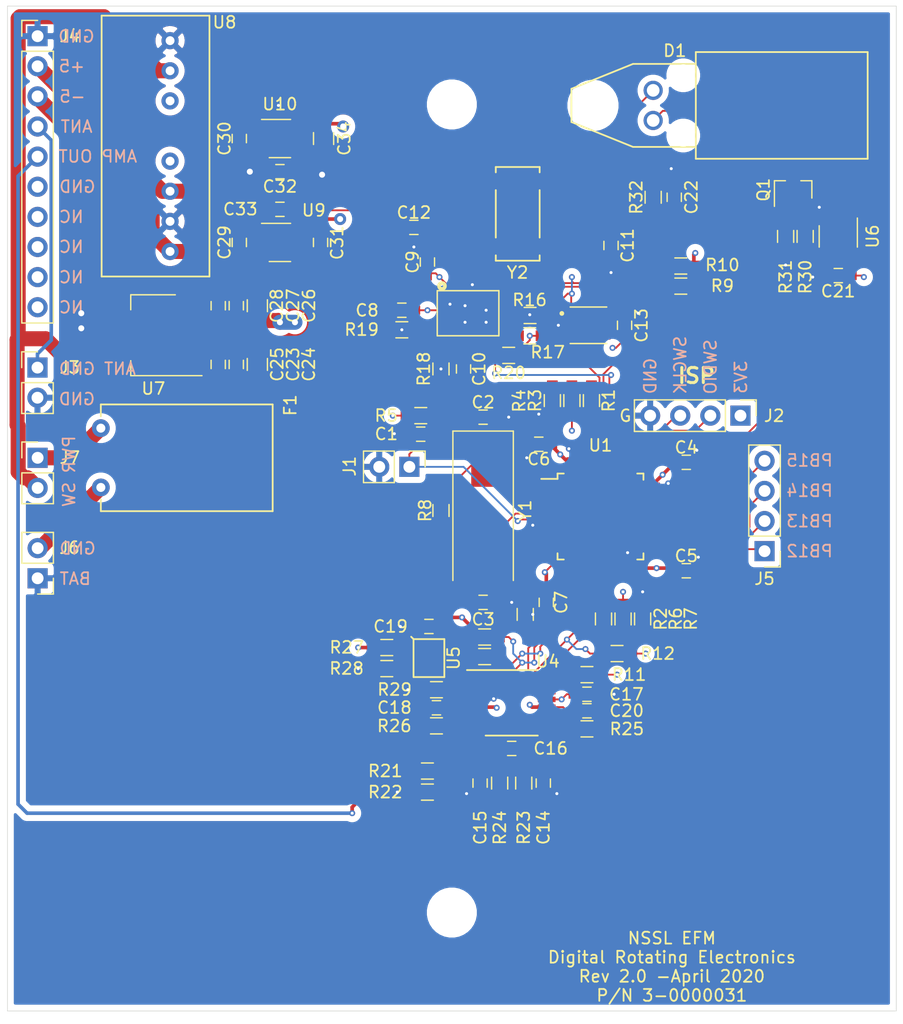
<source format=kicad_pcb>
(kicad_pcb (version 20171130) (host pcbnew "(5.1.5)-3")
  (layers (0 F.Cu signal) (1 In1.Cu signal hide) (2 In2.Cu signal hide) (31 B.Cu signal) (34 B.Paste user) (35 F.Paste user) (36 B.SilkS user) (37 F.SilkS user) (38 B.Mask user) (39 F.Mask user) (44 Edge.Cuts user))
  (net 0 "")
  (net 1 GND)
  (net 2 /Reset)
  (net 3 "Net-(C2-Pad1)")
  (net 4 "Net-(C3-Pad1)")
  (net 5 +3V3)
  (net 6 "Net-(C10-Pad1)")
  (net 7 "Net-(C11-Pad2)")
  (net 8 "Net-(C12-Pad2)")
  (net 9 "Net-(C14-Pad1)")
  (net 10 "Net-(C15-Pad1)")
  (net 11 -2V5)
  (net 12 +2V5)
  (net 13 +5V)
  (net 14 +BATT)
  (net 15 -5V)
  (net 16 "Net-(C31-Pad1)")
  (net 17 "Net-(C32-Pad1)")
  (net 18 "Net-(D1-Pad2)")
  (net 19 "Net-(D1-Pad1)")
  (net 20 "Net-(F1-Pad1)")
  (net 21 "Net-(F1-Pad2)")
  (net 22 /SWDIO)
  (net 23 /SWCLK)
  (net 24 AMP_OUT)
  (net 25 "Net-(Q1-Pad1)")
  (net 26 /Boot0)
  (net 27 "Net-(R1-Pad1)")
  (net 28 "Net-(R2-Pad1)")
  (net 29 /Boot1)
  (net 30 /Peripherals/BNO_ADDR)
  (net 31 IMU_INT)
  (net 32 I2C_SDA)
  (net 33 I2C_SCL)
  (net 34 UART1_TX)
  (net 35 SPI1_MOSI)
  (net 36 SPI1_MISO)
  (net 37 SPI1_SCLK)
  (net 38 ADC_CS)
  (net 39 ADC_~DRDY)
  (net 40 AMP_IN)
  (net 41 "Net-(J5-Pad4)")
  (net 42 "Net-(J5-Pad3)")
  (net 43 "Net-(J5-Pad2)")
  (net 44 "Net-(J5-Pad1)")
  (net 45 "Net-(R18-Pad2)")
  (net 46 "Net-(R19-Pad2)")
  (net 47 "Net-(R21-Pad1)")
  (net 48 "Net-(R25-Pad1)")
  (net 49 "Net-(R26-Pad1)")
  (net 50 "Net-(R27-Pad1)")
  (net 51 "Net-(R29-Pad2)")
  (net 52 "Net-(R30-Pad2)")
  (net 53 "Net-(J4-Pad10)")
  (net 54 "Net-(J4-Pad9)")
  (net 55 "Net-(J4-Pad8)")
  (net 56 "Net-(J4-Pad7)")
  (net 57 "Net-(U1-Pad46)")
  (net 58 "Net-(U1-Pad45)")
  (net 59 "Net-(U1-Pad40)")
  (net 60 "Net-(U1-Pad39)")
  (net 61 "Net-(U1-Pad38)")
  (net 62 "Net-(U1-Pad33)")
  (net 63 "Net-(U1-Pad32)")
  (net 64 UART1_RX)
  (net 65 "Net-(U1-Pad29)")
  (net 66 "Net-(U1-Pad22)")
  (net 67 "Net-(U1-Pad21)")
  (net 68 "Net-(U1-Pad20)")
  (net 69 "Net-(U1-Pad18)")
  (net 70 "Net-(U1-Pad12)")
  (net 71 "Net-(U1-Pad11)")
  (net 72 "Net-(U1-Pad10)")
  (net 73 "Net-(U1-Pad4)")
  (net 74 "Net-(U1-Pad3)")
  (net 75 "Net-(U1-Pad2)")
  (net 76 "Net-(U1-Pad1)")
  (net 77 "Net-(U2-Pad24)")
  (net 78 "Net-(U2-Pad23)")
  (net 79 "Net-(U2-Pad22)")
  (net 80 "Net-(U2-Pad21)")
  (net 81 "Net-(U2-Pad13)")
  (net 82 "Net-(U2-Pad12)")
  (net 83 "Net-(U2-Pad11)")
  (net 84 "Net-(U2-Pad8)")
  (net 85 "Net-(U2-Pad7)")
  (net 86 "Net-(U2-Pad1)")
  (net 87 "Net-(U3-Pad7)")
  (net 88 "Net-(U3-Pad4)")
  (net 89 "Net-(U3-Pad3)")
  (net 90 "Net-(U4-Pad11)")
  (net 91 "Net-(U4-Pad9)")
  (net 92 "Net-(U4-Pad8)")
  (net 93 "Net-(U4-Pad6)")
  (net 94 "Net-(U6-Pad1)")
  (net 95 "Net-(U8-Pad3)")
  (net 96 "Net-(U8-Pad5)")
  (module lib_fp:IF_E96E (layer F.Cu) (at 170.688 62.23 270)
    (fp_text reference D1 (at -4.6101 -1.8288 180) (layer F.SilkS))
    (fp_text value IF-E96E)
    (pad "" np_thru_hole circle (at 0 5.08 270) (size 3.3 3.3) (drill 3.3) (layers *.Cu *.Mask))
    (pad "" np_thru_hole circle (at 2.54 -2.54 270) (size 1.83 1.83) (drill 1.83) (layers *.Cu *.Mask))
    (pad "" np_thru_hole circle (at -2.54 -2.54 270) (size 1.83 1.83) (drill 1.83) (layers *.Cu *.Mask))
    (pad 2 thru_hole circle (at -1.27 0 270) (size 1.62 1.62) (drill 1.07) (layers *.Cu *.Mask) (net 18 "Net-(D1-Pad2)"))
    (pad 1 thru_hole circle (at 1.27 0 270) (size 1.62 1.62) (drill 1.07) (layers *.Cu *.Mask) (net 19 "Net-(D1-Pad1)"))
  )
  (module Capacitors_SMD:C_0603_HandSoldering (layer F.Cu) (at 151.072001 89.954001)
    (fp_text reference C1 (at -2.901101 -0.012601) (layer F.SilkS))
    (fp_text value 1u)
    (pad 1 smd rect (at -0.95 0) (size 1.2 0.75) (layers F.Cu F.Paste F.Mask) (net 1 GND))
    (pad 2 smd rect (at 0.95 0) (size 1.2 0.75) (layers F.Cu F.Paste F.Mask) (net 2 /Reset))
  )
  (module Capacitors_SMD:C_0603_HandSoldering (layer F.Cu) (at 156.337 88.519)
    (fp_text reference C2 (at 0 -1.25) (layer F.SilkS))
    (fp_text value 20pF)
    (pad 1 smd rect (at -0.95 0) (size 1.2 0.75) (layers F.Cu F.Paste F.Mask) (net 3 "Net-(C2-Pad1)"))
    (pad 2 smd rect (at 0.95 0) (size 1.2 0.75) (layers F.Cu F.Paste F.Mask) (net 1 GND))
  )
  (module Capacitors_SMD:C_0603_HandSoldering (layer F.Cu) (at 156.337 104.14)
    (fp_text reference C3 (at 0.0127 1.4351) (layer F.SilkS))
    (fp_text value 20pF)
    (pad 2 smd rect (at 0.95 0) (size 1.2 0.75) (layers F.Cu F.Paste F.Mask) (net 1 GND))
    (pad 1 smd rect (at -0.95 0) (size 1.2 0.75) (layers F.Cu F.Paste F.Mask) (net 4 "Net-(C3-Pad1)"))
  )
  (module Capacitors_SMD:C_0603_HandSoldering (layer F.Cu) (at 173.482 92.329)
    (fp_text reference C4 (at 0 -1.25) (layer F.SilkS))
    (fp_text value 0.1u)
    (pad 2 smd rect (at 0.95 0) (size 1.2 0.75) (layers F.Cu F.Paste F.Mask) (net 1 GND))
    (pad 1 smd rect (at -0.95 0) (size 1.2 0.75) (layers F.Cu F.Paste F.Mask) (net 5 +3V3))
  )
  (module Capacitors_SMD:C_0603_HandSoldering (layer F.Cu) (at 173.482 101.473)
    (fp_text reference C5 (at 0 -1.25) (layer F.SilkS))
    (fp_text value 0.1u)
    (pad 1 smd rect (at -0.95 0) (size 1.2 0.75) (layers F.Cu F.Paste F.Mask) (net 5 +3V3))
    (pad 2 smd rect (at 0.95 0) (size 1.2 0.75) (layers F.Cu F.Paste F.Mask) (net 1 GND))
  )
  (module Capacitors_SMD:C_0603_HandSoldering (layer F.Cu) (at 161.036 90.805 180)
    (fp_text reference C6 (at 0 -1.25) (layer F.SilkS))
    (fp_text value 0.1u)
    (pad 2 smd rect (at 0.95 0 180) (size 1.2 0.75) (layers F.Cu F.Paste F.Mask) (net 1 GND))
    (pad 1 smd rect (at -0.95 0 180) (size 1.2 0.75) (layers F.Cu F.Paste F.Mask) (net 5 +3V3))
  )
  (module Capacitors_SMD:C_0603_HandSoldering (layer F.Cu) (at 161.671 104.14 270)
    (fp_text reference C7 (at 0 -1.25 90) (layer F.SilkS))
    (fp_text value 0.1u)
    (pad 2 smd rect (at 0.95 0 270) (size 1.2 0.75) (layers F.Cu F.Paste F.Mask) (net 1 GND))
    (pad 1 smd rect (at -0.95 0 270) (size 1.2 0.75) (layers F.Cu F.Paste F.Mask) (net 5 +3V3))
  )
  (module Capacitors_SMD:C_0603_HandSoldering (layer F.Cu) (at 149.479 79.502 180)
    (fp_text reference C8 (at 2.9337 -0.0127) (layer F.SilkS))
    (fp_text value 0.1u)
    (pad 1 smd rect (at -0.95 0 180) (size 1.2 0.75) (layers F.Cu F.Paste F.Mask) (net 5 +3V3))
    (pad 2 smd rect (at 0.95 0 180) (size 1.2 0.75) (layers F.Cu F.Paste F.Mask) (net 1 GND))
  )
  (module Capacitors_SMD:C_0603_HandSoldering (layer F.Cu) (at 151.638 75.438 90)
    (fp_text reference C9 (at 0 -1.25 90) (layer F.SilkS))
    (fp_text value 0.1u)
    (pad 1 smd rect (at -0.95 0 90) (size 1.2 0.75) (layers F.Cu F.Paste F.Mask) (net 5 +3V3))
    (pad 2 smd rect (at 0.95 0 90) (size 1.2 0.75) (layers F.Cu F.Paste F.Mask) (net 1 GND))
  )
  (module Capacitors_SMD:C_0603_HandSoldering (layer F.Cu) (at 154.686 84.455 270)
    (fp_text reference C10 (at 0 -1.3208 90) (layer F.SilkS))
    (fp_text value 0.1u)
    (pad 2 smd rect (at 0.95 0 270) (size 1.2 0.75) (layers F.Cu F.Paste F.Mask) (net 1 GND))
    (pad 1 smd rect (at -0.95 0 270) (size 1.2 0.75) (layers F.Cu F.Paste F.Mask) (net 6 "Net-(C10-Pad1)"))
  )
  (module Capacitors_SMD:C_0603_HandSoldering (layer F.Cu) (at 167.132 74.041 90)
    (fp_text reference C11 (at 0 1.397 90) (layer F.SilkS))
    (fp_text value 22pF)
    (pad 1 smd rect (at -0.95 0 90) (size 1.2 0.75) (layers F.Cu F.Paste F.Mask) (net 1 GND))
    (pad 2 smd rect (at 0.95 0 90) (size 1.2 0.75) (layers F.Cu F.Paste F.Mask) (net 7 "Net-(C11-Pad2)"))
  )
  (module Capacitors_SMD:C_0603_HandSoldering (layer F.Cu) (at 150.495 72.517)
    (fp_text reference C12 (at 0 -1.25) (layer F.SilkS))
    (fp_text value 22pF)
    (pad 2 smd rect (at 0.95 0) (size 1.2 0.75) (layers F.Cu F.Paste F.Mask) (net 8 "Net-(C12-Pad2)"))
    (pad 1 smd rect (at -0.95 0) (size 1.2 0.75) (layers F.Cu F.Paste F.Mask) (net 1 GND))
  )
  (module Capacitors_SMD:C_0603_HandSoldering (layer F.Cu) (at 168.275 80.772 90)
    (fp_text reference C13 (at -0.0127 1.4224 90) (layer F.SilkS))
    (fp_text value 0.1u)
    (pad 2 smd rect (at 0.95 0 90) (size 1.2 0.75) (layers F.Cu F.Paste F.Mask) (net 1 GND))
    (pad 1 smd rect (at -0.95 0 90) (size 1.2 0.75) (layers F.Cu F.Paste F.Mask) (net 5 +3V3))
  )
  (module Capacitors_SMD:C_0603_HandSoldering (layer F.Cu) (at 161.417 119.38 270)
    (fp_text reference C14 (at 3.7592 -0.0127 90) (layer F.SilkS))
    (fp_text value NP)
    (pad 2 smd rect (at 0.95 0 270) (size 1.2 0.75) (layers F.Cu F.Paste F.Mask) (net 1 GND))
    (pad 1 smd rect (at -0.95 0 270) (size 1.2 0.75) (layers F.Cu F.Paste F.Mask) (net 9 "Net-(C14-Pad1)"))
  )
  (module Capacitors_SMD:C_0603_HandSoldering (layer F.Cu) (at 156.083 119.38 270)
    (fp_text reference C15 (at 3.7592 -0.0127 90) (layer F.SilkS))
    (fp_text value NP)
    (pad 2 smd rect (at 0.95 0 270) (size 1.2 0.75) (layers F.Cu F.Paste F.Mask) (net 1 GND))
    (pad 1 smd rect (at -0.95 0 270) (size 1.2 0.75) (layers F.Cu F.Paste F.Mask) (net 10 "Net-(C15-Pad1)"))
  )
  (module Capacitors_SMD:C_0603_HandSoldering (layer F.Cu) (at 158.75 116.459 180)
    (fp_text reference C16 (at -3.2893 0) (layer F.SilkS))
    (fp_text value NP)
    (pad 1 smd rect (at -0.95 0 180) (size 1.2 0.75) (layers F.Cu F.Paste F.Mask) (net 9 "Net-(C14-Pad1)"))
    (pad 2 smd rect (at 0.95 0 180) (size 1.2 0.75) (layers F.Cu F.Paste F.Mask) (net 10 "Net-(C15-Pad1)"))
  )
  (module Capacitors_SMD:C_0603_HandSoldering (layer F.Cu) (at 165.1 111.887)
    (fp_text reference C17 (at 3.3274 0.0127) (layer F.SilkS))
    (fp_text value 0.1u)
    (pad 1 smd rect (at -0.95 0) (size 1.2 0.75) (layers F.Cu F.Paste F.Mask) (net 5 +3V3))
    (pad 2 smd rect (at 0.95 0) (size 1.2 0.75) (layers F.Cu F.Paste F.Mask) (net 1 GND))
  )
  (module Capacitors_SMD:C_0603_HandSoldering (layer F.Cu) (at 152.4 113.03 180)
    (fp_text reference C18 (at 3.5433 0.0127) (layer F.SilkS))
    (fp_text value 0.1u)
    (pad 2 smd rect (at 0.95 0 180) (size 1.2 0.75) (layers F.Cu F.Paste F.Mask) (net 1 GND))
    (pad 1 smd rect (at -0.95 0 180) (size 1.2 0.75) (layers F.Cu F.Paste F.Mask) (net 11 -2V5))
  )
  (module Capacitors_SMD:C_0603_HandSoldering (layer F.Cu) (at 151.765 106.172 180)
    (fp_text reference C19 (at 3.2385 0) (layer F.SilkS))
    (fp_text value 0.01u)
    (pad 1 smd rect (at -0.95 0 180) (size 1.2 0.75) (layers F.Cu F.Paste F.Mask) (net 5 +3V3))
    (pad 2 smd rect (at 0.95 0 180) (size 1.2 0.75) (layers F.Cu F.Paste F.Mask) (net 1 GND))
  )
  (module Capacitors_SMD:C_0603_HandSoldering (layer F.Cu) (at 165.1 113.284)
    (fp_text reference C20 (at 3.3528 0) (layer F.SilkS))
    (fp_text value 0.1u)
    (pad 1 smd rect (at -0.95 0) (size 1.2 0.75) (layers F.Cu F.Paste F.Mask) (net 12 +2V5))
    (pad 2 smd rect (at 0.95 0) (size 1.2 0.75) (layers F.Cu F.Paste F.Mask) (net 1 GND))
  )
  (module Capacitors_SMD:C_0603_HandSoldering (layer F.Cu) (at 186.309 76.581 180)
    (fp_text reference C21 (at 0.0127 -1.3208) (layer F.SilkS))
    (fp_text value 0.1u)
    (pad 1 smd rect (at -0.95 0 180) (size 1.2 0.75) (layers F.Cu F.Paste F.Mask) (net 5 +3V3))
    (pad 2 smd rect (at 0.95 0 180) (size 1.2 0.75) (layers F.Cu F.Paste F.Mask) (net 1 GND))
  )
  (module Capacitors_SMD:C_0603_HandSoldering (layer F.Cu) (at 172.466 69.977 90)
    (fp_text reference C22 (at 0.0127 1.4478 90) (layer F.SilkS))
    (fp_text value 10u)
    (pad 2 smd rect (at 0.95 0 90) (size 1.2 0.75) (layers F.Cu F.Paste F.Mask) (net 1 GND))
    (pad 1 smd rect (at -0.95 0 90) (size 1.2 0.75) (layers F.Cu F.Paste F.Mask) (net 13 +5V))
  )
  (module Capacitors_SMD:C_0805_HandSoldering (layer F.Cu) (at 137.287 84.074 90)
    (fp_text reference C23 (at 0 3.0099 90) (layer F.SilkS))
    (fp_text value 10u)
    (pad 1 smd rect (at -1.25 0 90) (size 1.5 1.25) (layers F.Cu F.Paste F.Mask) (net 14 +BATT))
    (pad 2 smd rect (at 1.25 0 90) (size 1.5 1.25) (layers F.Cu F.Paste F.Mask) (net 1 GND))
  )
  (module Capacitors_SMD:C_0603_HandSoldering (layer F.Cu) (at 135.509 84.074 90)
    (fp_text reference C24 (at 0 6.1214 90) (layer F.SilkS))
    (fp_text value 1u)
    (pad 2 smd rect (at 0.95 0 90) (size 1.2 0.75) (layers F.Cu F.Paste F.Mask) (net 1 GND))
    (pad 1 smd rect (at -0.95 0 90) (size 1.2 0.75) (layers F.Cu F.Paste F.Mask) (net 14 +BATT))
  )
  (module Capacitors_SMD:C_0603_HandSoldering (layer F.Cu) (at 133.985 84.074 90)
    (fp_text reference C25 (at 0 4.9784 90) (layer F.SilkS))
    (fp_text value 0.1u)
    (pad 1 smd rect (at -0.95 0 90) (size 1.2 0.75) (layers F.Cu F.Paste F.Mask) (net 14 +BATT))
    (pad 2 smd rect (at 0.95 0 90) (size 1.2 0.75) (layers F.Cu F.Paste F.Mask) (net 1 GND))
  )
  (module Capacitors_SMD:C_0805_HandSoldering (layer F.Cu) (at 137.287 79.121 90)
    (fp_text reference C26 (at 0 4.3561 90) (layer F.SilkS))
    (fp_text value 10u)
    (pad 2 smd rect (at 1.25 0 90) (size 1.5 1.25) (layers F.Cu F.Paste F.Mask) (net 1 GND))
    (pad 1 smd rect (at -1.25 0 90) (size 1.5 1.25) (layers F.Cu F.Paste F.Mask) (net 5 +3V3))
  )
  (module Capacitors_SMD:C_0603_HandSoldering (layer F.Cu) (at 135.509 79.121 90)
    (fp_text reference C27 (at 0 4.7879 90) (layer F.SilkS))
    (fp_text value 1u)
    (pad 2 smd rect (at 0.95 0 90) (size 1.2 0.75) (layers F.Cu F.Paste F.Mask) (net 1 GND))
    (pad 1 smd rect (at -0.95 0 90) (size 1.2 0.75) (layers F.Cu F.Paste F.Mask) (net 5 +3V3))
  )
  (module Capacitors_SMD:C_0603_HandSoldering (layer F.Cu) (at 133.985 79.121 90)
    (fp_text reference C28 (at -0.0127 4.9403 90) (layer F.SilkS))
    (fp_text value 0.1u)
    (pad 1 smd rect (at -0.95 0 90) (size 1.2 0.75) (layers F.Cu F.Paste F.Mask) (net 5 +3V3))
    (pad 2 smd rect (at 0.95 0 90) (size 1.2 0.75) (layers F.Cu F.Paste F.Mask) (net 1 GND))
  )
  (module Capacitors_SMD:C_0603_HandSoldering (layer F.Cu) (at 135.763 73.787 90)
    (fp_text reference C29 (at 0 -1.25 90) (layer F.SilkS))
    (fp_text value 2.2u)
    (pad 2 smd rect (at 0.95 0 90) (size 1.2 0.75) (layers F.Cu F.Paste F.Mask) (net 1 GND))
    (pad 1 smd rect (at -0.95 0 90) (size 1.2 0.75) (layers F.Cu F.Paste F.Mask) (net 15 -5V))
  )
  (module Capacitors_SMD:C_0603_HandSoldering (layer F.Cu) (at 135.763 65.024 90)
    (fp_text reference C30 (at 0 -1.25 90) (layer F.SilkS))
    (fp_text value 0.1u)
    (pad 1 smd rect (at -0.95 0 90) (size 1.2 0.75) (layers F.Cu F.Paste F.Mask) (net 13 +5V))
    (pad 2 smd rect (at 0.95 0 90) (size 1.2 0.75) (layers F.Cu F.Paste F.Mask) (net 1 GND))
  )
  (module Capacitors_SMD:C_0603_HandSoldering (layer F.Cu) (at 142.621 73.787 90)
    (fp_text reference C31 (at -0.0254 1.397 90) (layer F.SilkS))
    (fp_text value 10n)
    (pad 1 smd rect (at -0.95 0 90) (size 1.2 0.75) (layers F.Cu F.Paste F.Mask) (net 16 "Net-(C31-Pad1)"))
    (pad 2 smd rect (at 0.95 0 90) (size 1.2 0.75) (layers F.Cu F.Paste F.Mask) (net 1 GND))
  )
  (module Capacitors_SMD:C_0603_HandSoldering (layer F.Cu) (at 139.192 67.818 180)
    (fp_text reference C32 (at 0 -1.25) (layer F.SilkS))
    (fp_text value 10n)
    (pad 2 smd rect (at 0.95 0 180) (size 1.2 0.75) (layers F.Cu F.Paste F.Mask) (net 1 GND))
    (pad 1 smd rect (at -0.95 0 180) (size 1.2 0.75) (layers F.Cu F.Paste F.Mask) (net 17 "Net-(C32-Pad1)"))
  )
  (module Capacitors_SMD:C_0603_HandSoldering (layer F.Cu) (at 139.192 70.993 180)
    (fp_text reference C33 (at 3.3401 0.0127) (layer F.SilkS))
    (fp_text value 2.2u)
    (pad 2 smd rect (at 0.95 0 180) (size 1.2 0.75) (layers F.Cu F.Paste F.Mask) (net 1 GND))
    (pad 1 smd rect (at -0.95 0 180) (size 1.2 0.75) (layers F.Cu F.Paste F.Mask) (net 11 -2V5))
  )
  (module Capacitors_SMD:C_0805_HandSoldering (layer F.Cu) (at 142.875 65.024 270)
    (fp_text reference C34 (at 0 -1.75 90) (layer F.SilkS))
    (fp_text value 10u)
    (pad 2 smd rect (at 1.25 0 270) (size 1.5 1.25) (layers F.Cu F.Paste F.Mask) (net 1 GND))
    (pad 1 smd rect (at -1.25 0 270) (size 1.5 1.25) (layers F.Cu F.Paste F.Mask) (net 12 +2V5))
  )
  (module lib_fp:RGEF250 (layer F.Cu) (at 124.079 91.948 270)
    (fp_text reference F1 (at -4.4323 -15.9893 90) (layer F.SilkS))
    (fp_text value Polyfuse)
    (pad 1 thru_hole circle (at -2.5 0 270) (size 1.5 1.5) (drill 0.7605) (layers *.Cu *.Mask) (net 20 "Net-(F1-Pad1)"))
    (pad 2 thru_hole circle (at 2.5 0 270) (size 1.5 1.5) (drill 0.7605) (layers *.Cu *.Mask) (net 21 "Net-(F1-Pad2)"))
  )
  (module Pin_Headers:Pin_Header_Straight_1x04_Pitch2.54mm (layer F.Cu) (at 178.054 88.392 270)
    (fp_text reference J2 (at 0.0127 -2.8448 180) (layer F.SilkS))
    (fp_text value ISP)
    (pad 1 thru_hole rect (at 0 0 270) (size 1.7 1.7) (drill 1) (layers *.Cu *.Mask) (net 5 +3V3))
    (pad 2 thru_hole oval (at 0 2.54 270) (size 1.7 1.7) (drill 1) (layers *.Cu *.Mask) (net 22 /SWDIO))
    (pad 3 thru_hole oval (at 0 5.08 270) (size 1.7 1.7) (drill 1) (layers *.Cu *.Mask) (net 23 /SWCLK))
    (pad 4 thru_hole oval (at 0 7.62 270) (size 1.7 1.7) (drill 1) (layers *.Cu *.Mask) (net 1 GND))
  )
  (module Pin_Headers:Pin_Header_Straight_1x10_Pitch2.54mm (layer F.Cu) (at 118.74 56.39)
    (fp_text reference J4 (at 2.7101 -0.0147) (layer F.SilkS))
    (fp_text value "Board to Board")
    (pad 10 thru_hole oval (at 0 22.86) (size 1.7 1.7) (drill 1) (layers *.Cu *.Mask) (net 53 "Net-(J4-Pad10)"))
    (pad 9 thru_hole oval (at 0 20.32) (size 1.7 1.7) (drill 1) (layers *.Cu *.Mask) (net 54 "Net-(J4-Pad9)"))
    (pad 8 thru_hole oval (at 0 17.78) (size 1.7 1.7) (drill 1) (layers *.Cu *.Mask) (net 55 "Net-(J4-Pad8)"))
    (pad 7 thru_hole oval (at 0 15.24) (size 1.7 1.7) (drill 1) (layers *.Cu *.Mask) (net 56 "Net-(J4-Pad7)"))
    (pad 6 thru_hole oval (at 0 12.7) (size 1.7 1.7) (drill 1) (layers *.Cu *.Mask) (net 1 GND))
    (pad 5 thru_hole oval (at 0 10.16) (size 1.7 1.7) (drill 1) (layers *.Cu *.Mask) (net 24 AMP_OUT))
    (pad 4 thru_hole oval (at 0 7.62) (size 1.7 1.7) (drill 1) (layers *.Cu *.Mask) (net 40 AMP_IN))
    (pad 3 thru_hole oval (at 0 5.08) (size 1.7 1.7) (drill 1) (layers *.Cu *.Mask) (net 15 -5V))
    (pad 2 thru_hole oval (at 0 2.54) (size 1.7 1.7) (drill 1) (layers *.Cu *.Mask) (net 13 +5V))
    (pad 1 thru_hole rect (at 0 0) (size 1.7 1.7) (drill 1) (layers *.Cu *.Mask) (net 1 GND))
  )
  (module Pin_Headers:Pin_Header_Straight_1x02_Pitch2.54mm (layer F.Cu) (at 150.114 92.71 270)
    (fp_text reference J1 (at -0.0508 5.0419 90) (layer F.SilkS))
    (fp_text value Conn_01x02)
    (pad 2 thru_hole oval (at 0 2.54 270) (size 1.7 1.7) (drill 1) (layers *.Cu *.Mask) (net 1 GND))
    (pad 1 thru_hole rect (at 0 0 270) (size 1.7 1.7) (drill 1) (layers *.Cu *.Mask) (net 2 /Reset))
  )
  (module Pin_Headers:Pin_Header_Straight_1x02_Pitch2.54mm (layer F.Cu) (at 118.745 91.948)
    (fp_text reference J7 (at 2.7178 -0.0127) (layer F.SilkS))
    (fp_text value "Power Switch")
    (pad 2 thru_hole oval (at 0 2.54) (size 1.7 1.7) (drill 1) (layers *.Cu *.Mask) (net 14 +BATT))
    (pad 1 thru_hole rect (at 0 0) (size 1.7 1.7) (drill 1) (layers *.Cu *.Mask) (net 20 "Net-(F1-Pad1)"))
  )
  (module TO_SOT_Packages_SMD:SOT-23 (layer F.Cu) (at 182.499 69.342 90)
    (fp_text reference Q1 (at 0 -2.5 90) (layer F.SilkS))
    (fp_text value MMBT3904)
    (pad 3 smd rect (at 1 0 90) (size 0.9 0.8) (layers F.Cu F.Paste F.Mask) (net 19 "Net-(D1-Pad1)"))
    (pad 2 smd rect (at -1 0.95 90) (size 0.9 0.8) (layers F.Cu F.Paste F.Mask) (net 1 GND))
    (pad 1 smd rect (at -1 -0.95 90) (size 0.9 0.8) (layers F.Cu F.Paste F.Mask) (net 25 "Net-(Q1-Pad1)"))
  )
  (module Resistors_SMD:R_0603_HandSoldering (layer F.Cu) (at 165.481 87.122 270)
    (fp_text reference R1 (at 0 -1.45 90) (layer F.SilkS))
    (fp_text value 100k)
    (pad 2 smd rect (at 1.1 0 270) (size 1.2 0.9) (layers F.Cu F.Paste F.Mask) (net 26 /Boot0))
    (pad 1 smd rect (at -1.1 0 270) (size 1.2 0.9) (layers F.Cu F.Paste F.Mask) (net 27 "Net-(R1-Pad1)"))
  )
  (module Resistors_SMD:R_0603_HandSoldering (layer F.Cu) (at 166.497 105.537 90)
    (fp_text reference R2 (at 0 4.826 90) (layer F.SilkS))
    (fp_text value 100k)
    (pad 1 smd rect (at -1.1 0 90) (size 1.2 0.9) (layers F.Cu F.Paste F.Mask) (net 28 "Net-(R2-Pad1)"))
    (pad 2 smd rect (at 1.1 0 90) (size 1.2 0.9) (layers F.Cu F.Paste F.Mask) (net 29 /Boot1))
  )
  (module Resistors_SMD:R_0603_HandSoldering (layer F.Cu) (at 163.83 87.122 90)
    (fp_text reference R3 (at 0 -3.1115 90) (layer F.SilkS))
    (fp_text value NP)
    (pad 2 smd rect (at 1.1 0 90) (size 1.2 0.9) (layers F.Cu F.Paste F.Mask) (net 27 "Net-(R1-Pad1)"))
    (pad 1 smd rect (at -1.1 0 90) (size 1.2 0.9) (layers F.Cu F.Paste F.Mask) (net 5 +3V3))
  )
  (module Resistors_SMD:R_0603_HandSoldering (layer F.Cu) (at 162.179 87.122 270)
    (fp_text reference R4 (at 0.0254 2.794 90) (layer F.SilkS))
    (fp_text value 0R0)
    (pad 2 smd rect (at 1.1 0 270) (size 1.2 0.9) (layers F.Cu F.Paste F.Mask) (net 1 GND))
    (pad 1 smd rect (at -1.1 0 270) (size 1.2 0.9) (layers F.Cu F.Paste F.Mask) (net 27 "Net-(R1-Pad1)"))
  )
  (module Resistors_SMD:R_0603_HandSoldering (layer F.Cu) (at 151.077001 88.392)
    (fp_text reference R5 (at -2.918801 0) (layer F.SilkS))
    (fp_text value 10k)
    (pad 2 smd rect (at 1.1 0) (size 1.2 0.9) (layers F.Cu F.Paste F.Mask) (net 2 /Reset))
    (pad 1 smd rect (at -1.1 0) (size 1.2 0.9) (layers F.Cu F.Paste F.Mask) (net 5 +3V3))
  )
  (module Resistors_SMD:R_0603_HandSoldering (layer F.Cu) (at 168.148 105.537 270)
    (fp_text reference R6 (at 0 -4.445 90) (layer F.SilkS))
    (fp_text value NP)
    (pad 1 smd rect (at -1.1 0 270) (size 1.2 0.9) (layers F.Cu F.Paste F.Mask) (net 5 +3V3))
    (pad 2 smd rect (at 1.1 0 270) (size 1.2 0.9) (layers F.Cu F.Paste F.Mask) (net 28 "Net-(R2-Pad1)"))
  )
  (module Resistors_SMD:R_0603_HandSoldering (layer F.Cu) (at 169.799 105.537 90)
    (fp_text reference R7 (at 0 4.064 90) (layer F.SilkS))
    (fp_text value 0R0)
    (pad 1 smd rect (at -1.1 0 90) (size 1.2 0.9) (layers F.Cu F.Paste F.Mask) (net 28 "Net-(R2-Pad1)"))
    (pad 2 smd rect (at 1.1 0 90) (size 1.2 0.9) (layers F.Cu F.Paste F.Mask) (net 1 GND))
  )
  (module Resistors_SMD:R_0603_HandSoldering (layer F.Cu) (at 152.781 96.393 270)
    (fp_text reference R8 (at 0 1.3335 90) (layer F.SilkS))
    (fp_text value 1M)
    (pad 2 smd rect (at 1.1 0 270) (size 1.2 0.9) (layers F.Cu F.Paste F.Mask) (net 4 "Net-(C3-Pad1)"))
    (pad 1 smd rect (at -1.1 0 270) (size 1.2 0.9) (layers F.Cu F.Paste F.Mask) (net 3 "Net-(C2-Pad1)"))
  )
  (module Resistors_SMD:R_0603_HandSoldering (layer F.Cu) (at 160.274 81.661)
    (fp_text reference R16 (at -0.0127 -3.0226) (layer F.SilkS))
    (fp_text value NP)
    (pad 2 smd rect (at 1.1 0) (size 1.2 0.9) (layers F.Cu F.Paste F.Mask) (net 5 +3V3))
    (pad 1 smd rect (at -1.1 0) (size 1.2 0.9) (layers F.Cu F.Paste F.Mask) (net 30 /Peripherals/BNO_ADDR))
  )
  (module Resistors_SMD:R_0603_HandSoldering (layer F.Cu) (at 160.299999 79.945999 180)
    (fp_text reference R17 (at -1.485301 -3.099301) (layer F.SilkS))
    (fp_text value 10k)
    (pad 1 smd rect (at -1.1 0 180) (size 1.2 0.9) (layers F.Cu F.Paste F.Mask) (net 1 GND))
    (pad 2 smd rect (at 1.1 0 180) (size 1.2 0.9) (layers F.Cu F.Paste F.Mask) (net 30 /Peripherals/BNO_ADDR))
  )
  (module Resistors_SMD:R_0603_HandSoldering (layer F.Cu) (at 152.781 84.455 90)
    (fp_text reference R18 (at 0 -1.45 90) (layer F.SilkS))
    (fp_text value 10k)
    (pad 1 smd rect (at -1.1 0 90) (size 1.2 0.9) (layers F.Cu F.Paste F.Mask) (net 1 GND))
    (pad 2 smd rect (at 1.1 0 90) (size 1.2 0.9) (layers F.Cu F.Paste F.Mask) (net 45 "Net-(R18-Pad2)"))
  )
  (module Resistors_SMD:R_0603_HandSoldering (layer F.Cu) (at 149.479 81.153)
    (fp_text reference R19 (at -3.3909 -0.0127) (layer F.SilkS))
    (fp_text value 10k)
    (pad 2 smd rect (at 1.1 0) (size 1.2 0.9) (layers F.Cu F.Paste F.Mask) (net 46 "Net-(R19-Pad2)"))
    (pad 1 smd rect (at -1.1 0) (size 1.2 0.9) (layers F.Cu F.Paste F.Mask) (net 1 GND))
  )
  (module Resistors_SMD:R_0603_HandSoldering (layer F.Cu) (at 158.496 83.312)
    (fp_text reference R20 (at 0 1.4732) (layer F.SilkS))
    (fp_text value NP)
    (pad 1 smd rect (at -1.1 0) (size 1.2 0.9) (layers F.Cu F.Paste F.Mask) (net 31 IMU_INT))
    (pad 2 smd rect (at 1.1 0) (size 1.2 0.9) (layers F.Cu F.Paste F.Mask) (net 5 +3V3))
  )
  (module Resistors_SMD:R_0603_HandSoldering (layer F.Cu) (at 159.766 119.38 270)
    (fp_text reference R23 (at 3.7592 0 90) (layer F.SilkS))
    (fp_text value 0R0)
    (pad 1 smd rect (at -1.1 0 270) (size 1.2 0.9) (layers F.Cu F.Paste F.Mask) (net 9 "Net-(C14-Pad1)"))
    (pad 2 smd rect (at 1.1 0 270) (size 1.2 0.9) (layers F.Cu F.Paste F.Mask) (net 47 "Net-(R21-Pad1)"))
  )
  (module Resistors_SMD:R_0603_HandSoldering (layer F.Cu) (at 157.734 119.38 270)
    (fp_text reference R24 (at 3.7719 -0.0127 90) (layer F.SilkS))
    (fp_text value 0R0)
    (pad 2 smd rect (at 1.1 0 270) (size 1.2 0.9) (layers F.Cu F.Paste F.Mask) (net 1 GND))
    (pad 1 smd rect (at -1.1 0 270) (size 1.2 0.9) (layers F.Cu F.Paste F.Mask) (net 10 "Net-(C15-Pad1)"))
  )
  (module Resistors_SMD:R_0603_HandSoldering (layer F.Cu) (at 165.1 114.808)
    (fp_text reference R25 (at 3.3655 0.0127) (layer F.SilkS))
    (fp_text value 0R0)
    (pad 1 smd rect (at -1.1 0) (size 1.2 0.9) (layers F.Cu F.Paste F.Mask) (net 48 "Net-(R25-Pad1)"))
    (pad 2 smd rect (at 1.1 0) (size 1.2 0.9) (layers F.Cu F.Paste F.Mask) (net 9 "Net-(C14-Pad1)"))
  )
  (module Resistors_SMD:R_0603_HandSoldering (layer F.Cu) (at 152.4 114.554 180)
    (fp_text reference R26 (at 3.556 -0.0127) (layer F.SilkS))
    (fp_text value 0R0)
    (pad 2 smd rect (at 1.1 0 180) (size 1.2 0.9) (layers F.Cu F.Paste F.Mask) (net 10 "Net-(C15-Pad1)"))
    (pad 1 smd rect (at -1.1 0 180) (size 1.2 0.9) (layers F.Cu F.Paste F.Mask) (net 49 "Net-(R26-Pad1)"))
  )
  (module Resistors_SMD:R_0603_HandSoldering (layer F.Cu) (at 148.209 107.95 180)
    (fp_text reference R27 (at 3.3782 0.0127) (layer F.SilkS))
    (fp_text value 10k)
    (pad 1 smd rect (at -1.1 0 180) (size 1.2 0.9) (layers F.Cu F.Paste F.Mask) (net 50 "Net-(R27-Pad1)"))
    (pad 2 smd rect (at 1.1 0 180) (size 1.2 0.9) (layers F.Cu F.Paste F.Mask) (net 5 +3V3))
  )
  (module Resistors_SMD:R_0603_HandSoldering (layer F.Cu) (at 148.209 109.728 180)
    (fp_text reference R28 (at 3.3909 0.0127) (layer F.SilkS))
    (fp_text value NP)
    (pad 2 smd rect (at 1.1 0 180) (size 1.2 0.9) (layers F.Cu F.Paste F.Mask) (net 1 GND))
    (pad 1 smd rect (at -1.1 0 180) (size 1.2 0.9) (layers F.Cu F.Paste F.Mask) (net 50 "Net-(R27-Pad1)"))
  )
  (module Resistors_SMD:R_0603_HandSoldering (layer F.Cu) (at 152.4 111.506)
    (fp_text reference R29 (at -3.5306 -0.0127) (layer F.SilkS))
    (fp_text value NP)
    (pad 1 smd rect (at -1.1 0) (size 1.2 0.9) (layers F.Cu F.Paste F.Mask) (net 1 GND))
    (pad 2 smd rect (at 1.1 0) (size 1.2 0.9) (layers F.Cu F.Paste F.Mask) (net 51 "Net-(R29-Pad2)"))
  )
  (module Resistors_SMD:R_0603_HandSoldering (layer F.Cu) (at 183.515 73.279 270)
    (fp_text reference R30 (at 3.4163 -0.0127 90) (layer F.SilkS))
    (fp_text value 3.9k)
    (pad 2 smd rect (at 1.1 0 270) (size 1.2 0.9) (layers F.Cu F.Paste F.Mask) (net 52 "Net-(R30-Pad2)"))
    (pad 1 smd rect (at -1.1 0 270) (size 1.2 0.9) (layers F.Cu F.Paste F.Mask) (net 25 "Net-(Q1-Pad1)"))
  )
  (module Resistors_SMD:R_0603_HandSoldering (layer F.Cu) (at 181.864 73.279 90)
    (fp_text reference R31 (at -3.4163 0 90) (layer F.SilkS))
    (fp_text value 33k)
    (pad 1 smd rect (at -1.1 0 90) (size 1.2 0.9) (layers F.Cu F.Paste F.Mask) (net 1 GND))
    (pad 2 smd rect (at 1.1 0 90) (size 1.2 0.9) (layers F.Cu F.Paste F.Mask) (net 25 "Net-(Q1-Pad1)"))
  )
  (module Resistors_SMD:R_0603_HandSoldering (layer F.Cu) (at 170.688 69.977 270)
    (fp_text reference R32 (at 0 1.4224 90) (layer F.SilkS))
    (fp_text value 165)
    (pad 2 smd rect (at 1.1 0 270) (size 1.2 0.9) (layers F.Cu F.Paste F.Mask) (net 13 +5V))
    (pad 1 smd rect (at -1.1 0 270) (size 1.2 0.9) (layers F.Cu F.Paste F.Mask) (net 18 "Net-(D1-Pad2)"))
  )
  (module Housings_QFP:LQFP-48_7x7mm_Pitch0.5mm (layer F.Cu) (at 166.243 96.901)
    (fp_text reference U1 (at 0 -6) (layer F.SilkS))
    (fp_text value STM32F103CBTx)
    (pad 48 smd rect (at -2.75 -4.35 90) (size 1.3 0.25) (layers F.Cu F.Paste F.Mask) (net 5 +3V3))
    (pad 47 smd rect (at -2.25 -4.35 90) (size 1.3 0.25) (layers F.Cu F.Paste F.Mask) (net 1 GND))
    (pad 46 smd rect (at -1.75 -4.35 90) (size 1.3 0.25) (layers F.Cu F.Paste F.Mask) (net 57 "Net-(U1-Pad46)"))
    (pad 45 smd rect (at -1.25 -4.35 90) (size 1.3 0.25) (layers F.Cu F.Paste F.Mask) (net 58 "Net-(U1-Pad45)"))
    (pad 44 smd rect (at -0.75 -4.35 90) (size 1.3 0.25) (layers F.Cu F.Paste F.Mask) (net 26 /Boot0))
    (pad 43 smd rect (at -0.25 -4.35 90) (size 1.3 0.25) (layers F.Cu F.Paste F.Mask) (net 32 I2C_SDA))
    (pad 42 smd rect (at 0.25 -4.35 90) (size 1.3 0.25) (layers F.Cu F.Paste F.Mask) (net 33 I2C_SCL))
    (pad 41 smd rect (at 0.75 -4.35 90) (size 1.3 0.25) (layers F.Cu F.Paste F.Mask) (net 31 IMU_INT))
    (pad 40 smd rect (at 1.25 -4.35 90) (size 1.3 0.25) (layers F.Cu F.Paste F.Mask) (net 59 "Net-(U1-Pad40)"))
    (pad 39 smd rect (at 1.75 -4.35 90) (size 1.3 0.25) (layers F.Cu F.Paste F.Mask) (net 60 "Net-(U1-Pad39)"))
    (pad 38 smd rect (at 2.25 -4.35 90) (size 1.3 0.25) (layers F.Cu F.Paste F.Mask) (net 61 "Net-(U1-Pad38)"))
    (pad 37 smd rect (at 2.75 -4.35 90) (size 1.3 0.25) (layers F.Cu F.Paste F.Mask) (net 23 /SWCLK))
    (pad 36 smd rect (at 4.35 -2.75) (size 1.3 0.25) (layers F.Cu F.Paste F.Mask) (net 5 +3V3))
    (pad 35 smd rect (at 4.35 -2.25) (size 1.3 0.25) (layers F.Cu F.Paste F.Mask) (net 1 GND))
    (pad 34 smd rect (at 4.35 -1.75) (size 1.3 0.25) (layers F.Cu F.Paste F.Mask) (net 22 /SWDIO))
    (pad 33 smd rect (at 4.35 -1.25) (size 1.3 0.25) (layers F.Cu F.Paste F.Mask) (net 62 "Net-(U1-Pad33)"))
    (pad 32 smd rect (at 4.35 -0.75) (size 1.3 0.25) (layers F.Cu F.Paste F.Mask) (net 63 "Net-(U1-Pad32)"))
    (pad 31 smd rect (at 4.35 -0.25) (size 1.3 0.25) (layers F.Cu F.Paste F.Mask) (net 64 UART1_RX))
    (pad 30 smd rect (at 4.35 0.25) (size 1.3 0.25) (layers F.Cu F.Paste F.Mask) (net 34 UART1_TX))
    (pad 29 smd rect (at 4.35 0.75) (size 1.3 0.25) (layers F.Cu F.Paste F.Mask) (net 65 "Net-(U1-Pad29)"))
    (pad 28 smd rect (at 4.35 1.25) (size 1.3 0.25) (layers F.Cu F.Paste F.Mask) (net 41 "Net-(J5-Pad4)"))
    (pad 27 smd rect (at 4.35 1.75) (size 1.3 0.25) (layers F.Cu F.Paste F.Mask) (net 42 "Net-(J5-Pad3)"))
    (pad 26 smd rect (at 4.35 2.25) (size 1.3 0.25) (layers F.Cu F.Paste F.Mask) (net 43 "Net-(J5-Pad2)"))
    (pad 25 smd rect (at 4.35 2.75) (size 1.3 0.25) (layers F.Cu F.Paste F.Mask) (net 44 "Net-(J5-Pad1)"))
    (pad 24 smd rect (at 2.75 4.35 90) (size 1.3 0.25) (layers F.Cu F.Paste F.Mask) (net 5 +3V3))
    (pad 23 smd rect (at 2.25 4.35 90) (size 1.3 0.25) (layers F.Cu F.Paste F.Mask) (net 1 GND))
    (pad 22 smd rect (at 1.75 4.35 90) (size 1.3 0.25) (layers F.Cu F.Paste F.Mask) (net 66 "Net-(U1-Pad22)"))
    (pad 21 smd rect (at 1.25 4.35 90) (size 1.3 0.25) (layers F.Cu F.Paste F.Mask) (net 67 "Net-(U1-Pad21)"))
    (pad 20 smd rect (at 0.75 4.35 90) (size 1.3 0.25) (layers F.Cu F.Paste F.Mask) (net 68 "Net-(U1-Pad20)"))
    (pad 19 smd rect (at 0.25 4.35 90) (size 1.3 0.25) (layers F.Cu F.Paste F.Mask) (net 29 /Boot1))
    (pad 18 smd rect (at -0.25 4.35 90) (size 1.3 0.25) (layers F.Cu F.Paste F.Mask) (net 69 "Net-(U1-Pad18)"))
    (pad 17 smd rect (at -0.75 4.35 90) (size 1.3 0.25) (layers F.Cu F.Paste F.Mask) (net 35 SPI1_MOSI))
    (pad 16 smd rect (at -1.25 4.35 90) (size 1.3 0.25) (layers F.Cu F.Paste F.Mask) (net 36 SPI1_MISO))
    (pad 15 smd rect (at -1.75 4.35 90) (size 1.3 0.25) (layers F.Cu F.Paste F.Mask) (net 37 SPI1_SCLK))
    (pad 14 smd rect (at -2.25 4.35 90) (size 1.3 0.25) (layers F.Cu F.Paste F.Mask) (net 38 ADC_CS))
    (pad 13 smd rect (at -2.75 4.35 90) (size 1.3 0.25) (layers F.Cu F.Paste F.Mask) (net 39 ADC_~DRDY))
    (pad 12 smd rect (at -4.35 2.75) (size 1.3 0.25) (layers F.Cu F.Paste F.Mask) (net 70 "Net-(U1-Pad12)"))
    (pad 11 smd rect (at -4.35 2.25) (size 1.3 0.25) (layers F.Cu F.Paste F.Mask) (net 71 "Net-(U1-Pad11)"))
    (pad 10 smd rect (at -4.35 1.75) (size 1.3 0.25) (layers F.Cu F.Paste F.Mask) (net 72 "Net-(U1-Pad10)"))
    (pad 9 smd rect (at -4.35 1.25) (size 1.3 0.25) (layers F.Cu F.Paste F.Mask) (net 5 +3V3))
    (pad 8 smd rect (at -4.35 0.75) (size 1.3 0.25) (layers F.Cu F.Paste F.Mask) (net 1 GND))
    (pad 7 smd rect (at -4.35 0.25) (size 1.3 0.25) (layers F.Cu F.Paste F.Mask) (net 2 /Reset))
    (pad 6 smd rect (at -4.35 -0.25) (size 1.3 0.25) (layers F.Cu F.Paste F.Mask) (net 4 "Net-(C3-Pad1)"))
    (pad 5 smd rect (at -4.35 -0.75) (size 1.3 0.25) (layers F.Cu F.Paste F.Mask) (net 3 "Net-(C2-Pad1)"))
    (pad 4 smd rect (at -4.35 -1.25) (size 1.3 0.25) (layers F.Cu F.Paste F.Mask) (net 73 "Net-(U1-Pad4)"))
    (pad 3 smd rect (at -4.35 -1.75) (size 1.3 0.25) (layers F.Cu F.Paste F.Mask) (net 74 "Net-(U1-Pad3)"))
    (pad 2 smd rect (at -4.35 -2.25) (size 1.3 0.25) (layers F.Cu F.Paste F.Mask) (net 75 "Net-(U1-Pad2)"))
    (pad 1 smd rect (at -4.35 -2.75) (size 1.3 0.25) (layers F.Cu F.Paste F.Mask) (net 76 "Net-(U1-Pad1)"))
  )
  (module lib_fp:LGA28R50P4X10_380X520X100 (layer F.Cu) (at 155.067 79.756)
    (fp_text reference U2 hide)
    (fp_text value BNO055)
    (pad 28 smd rect (at -1.75 -1.5625) (size 0.3 0.525) (layers F.Cu F.Paste F.Mask) (net 5 +3V3))
    (pad 27 smd rect (at -1.25 -1.5625) (size 0.3 0.525) (layers F.Cu F.Paste F.Mask) (net 8 "Net-(C12-Pad2)"))
    (pad 26 smd rect (at -0.75 -1.5625) (size 0.3 0.525) (layers F.Cu F.Paste F.Mask) (net 7 "Net-(C11-Pad2)"))
    (pad 25 smd rect (at -0.25 -1.5625) (size 0.3 0.525) (layers F.Cu F.Paste F.Mask) (net 1 GND))
    (pad 24 smd rect (at 0.25 -1.5625) (size 0.3 0.525) (layers F.Cu F.Paste F.Mask) (net 77 "Net-(U2-Pad24)"))
    (pad 23 smd rect (at 0.75 -1.5625) (size 0.3 0.525) (layers F.Cu F.Paste F.Mask) (net 78 "Net-(U2-Pad23)"))
    (pad 22 smd rect (at 1.25 -1.5625) (size 0.3 0.525) (layers F.Cu F.Paste F.Mask) (net 79 "Net-(U2-Pad22)"))
    (pad 21 smd rect (at 1.75 -1.5625) (size 0.3 0.525) (layers F.Cu F.Paste F.Mask) (net 80 "Net-(U2-Pad21)"))
    (pad 20 smd rect (at 2.25 -1.5625) (size 0.3 0.525) (layers F.Cu F.Paste F.Mask) (net 32 I2C_SDA))
    (pad 19 smd rect (at 2.3125 -0.75) (size 0.425 0.3) (layers F.Cu F.Paste F.Mask) (net 33 I2C_SCL))
    (pad 18 smd rect (at 2.3125 -0.25) (size 0.425 0.3) (layers F.Cu F.Paste F.Mask) (net 1 GND))
    (pad 17 smd rect (at 2.3125 0.25) (size 0.425 0.3) (layers F.Cu F.Paste F.Mask) (net 30 /Peripherals/BNO_ADDR))
    (pad 16 smd rect (at 2.3125 0.75) (size 0.425 0.3) (layers F.Cu F.Paste F.Mask) (net 1 GND))
    (pad 15 smd rect (at 2.25 1.5625) (size 0.3 0.525) (layers F.Cu F.Paste F.Mask) (net 1 GND))
    (pad 14 smd rect (at 1.75 1.5625) (size 0.3 0.525) (layers F.Cu F.Paste F.Mask) (net 31 IMU_INT))
    (pad 13 smd rect (at 1.25 1.5625) (size 0.3 0.525) (layers F.Cu F.Paste F.Mask) (net 81 "Net-(U2-Pad13)"))
    (pad 12 smd rect (at 0.75 1.5625) (size 0.3 0.525) (layers F.Cu F.Paste F.Mask) (net 82 "Net-(U2-Pad12)"))
    (pad 11 smd rect (at 0.25 1.5625) (size 0.3 0.525) (layers F.Cu F.Paste F.Mask) (net 83 "Net-(U2-Pad11)"))
    (pad 10 smd rect (at -0.25 1.5625) (size 0.3 0.525) (layers F.Cu F.Paste F.Mask) (net 1 GND))
    (pad 9 smd rect (at -0.75 1.5625) (size 0.3 0.525) (layers F.Cu F.Paste F.Mask) (net 6 "Net-(C10-Pad1)"))
    (pad 8 smd rect (at -1.25 1.5625) (size 0.3 0.525) (layers F.Cu F.Paste F.Mask) (net 84 "Net-(U2-Pad8)"))
    (pad 7 smd rect (at -1.75 1.5625) (size 0.3 0.525) (layers F.Cu F.Paste F.Mask) (net 85 "Net-(U2-Pad7)"))
    (pad 6 smd rect (at -2.25 1.5625) (size 0.3 0.525) (layers F.Cu F.Paste F.Mask) (net 45 "Net-(R18-Pad2)"))
    (pad 5 smd rect (at -2.3125 0.75) (size 0.425 0.3) (layers F.Cu F.Paste F.Mask) (net 46 "Net-(R19-Pad2)"))
    (pad 4 smd rect (at -2.3125 0.25) (size 0.425 0.3) (layers F.Cu F.Paste F.Mask) (net 5 +3V3))
    (pad 3 smd rect (at -2.3125 -0.25) (size 0.425 0.3) (layers F.Cu F.Paste F.Mask) (net 5 +3V3))
    (pad 2 smd rect (at -2.3125 -0.75) (size 0.425 0.3) (layers F.Cu F.Paste F.Mask) (net 1 GND))
    (pad 1 smd rect (at -2.25 -1.5625) (size 0.3 0.525) (layers F.Cu F.Paste F.Mask) (net 86 "Net-(U2-Pad1)"))
  )
  (module lib_fp:SON100P300X300X90-7N (layer F.Cu) (at 165.227 80.772)
    (fp_text reference U3 hide)
    (fp_text value HTU21D)
    (pad 7 smd rect (at 0 0) (size 1.5 2.4) (layers F.Cu F.Mask) (net 87 "Net-(U3-Pad7)"))
    (pad 6 smd rect (at 1.455 -1) (size 0.81 0.42) (layers F.Cu F.Paste F.Mask) (net 33 I2C_SCL))
    (pad 5 smd rect (at 1.455 0) (size 0.81 0.42) (layers F.Cu F.Paste F.Mask) (net 5 +3V3))
    (pad 4 smd rect (at 1.455 1) (size 0.81 0.42) (layers F.Cu F.Paste F.Mask) (net 88 "Net-(U3-Pad4)"))
    (pad 3 smd rect (at -1.455 1) (size 0.81 0.42) (layers F.Cu F.Paste F.Mask) (net 89 "Net-(U3-Pad3)"))
    (pad 2 smd rect (at -1.455 0) (size 0.81 0.42) (layers F.Cu F.Paste F.Mask) (net 1 GND))
    (pad 1 smd rect (at -1.455 -1) (size 0.81 0.42) (layers F.Cu F.Paste F.Mask) (net 32 I2C_SDA))
  )
  (module Housings_SSOP:TSSOP-16_4.4x5mm_Pitch0.65mm (layer F.Cu) (at 158.75 112.649)
    (fp_text reference U4 (at 3.048 -3.5306) (layer F.SilkS))
    (fp_text value ADS1220)
    (pad 16 smd rect (at 2.95 -2.275) (size 1.5 0.45) (layers F.Cu F.Paste F.Mask) (net 35 SPI1_MOSI))
    (pad 15 smd rect (at 2.95 -1.625) (size 1.5 0.45) (layers F.Cu F.Paste F.Mask) (net 36 SPI1_MISO))
    (pad 14 smd rect (at 2.95 -0.975) (size 1.5 0.45) (layers F.Cu F.Paste F.Mask) (net 39 ADC_~DRDY))
    (pad 13 smd rect (at 2.95 -0.325) (size 1.5 0.45) (layers F.Cu F.Paste F.Mask) (net 5 +3V3))
    (pad 12 smd rect (at 2.95 0.325) (size 1.5 0.45) (layers F.Cu F.Paste F.Mask) (net 12 +2V5))
    (pad 11 smd rect (at 2.95 0.975) (size 1.5 0.45) (layers F.Cu F.Paste F.Mask) (net 90 "Net-(U4-Pad11)"))
    (pad 10 smd rect (at 2.95 1.625) (size 1.5 0.45) (layers F.Cu F.Paste F.Mask) (net 48 "Net-(R25-Pad1)"))
    (pad 9 smd rect (at 2.95 2.275) (size 1.5 0.45) (layers F.Cu F.Paste F.Mask) (net 91 "Net-(U4-Pad9)"))
    (pad 8 smd rect (at -2.95 2.275) (size 1.5 0.45) (layers F.Cu F.Paste F.Mask) (net 92 "Net-(U4-Pad8)"))
    (pad 7 smd rect (at -2.95 1.625) (size 1.5 0.45) (layers F.Cu F.Paste F.Mask) (net 49 "Net-(R26-Pad1)"))
    (pad 6 smd rect (at -2.95 0.975) (size 1.5 0.45) (layers F.Cu F.Paste F.Mask) (net 93 "Net-(U4-Pad6)"))
    (pad 5 smd rect (at -2.95 0.325) (size 1.5 0.45) (layers F.Cu F.Paste F.Mask) (net 11 -2V5))
    (pad 4 smd rect (at -2.95 -0.325) (size 1.5 0.45) (layers F.Cu F.Paste F.Mask) (net 1 GND))
    (pad 3 smd rect (at -2.95 -0.975) (size 1.5 0.45) (layers F.Cu F.Paste F.Mask) (net 51 "Net-(R29-Pad2)"))
    (pad 2 smd rect (at -2.95 -1.625) (size 1.5 0.45) (layers F.Cu F.Paste F.Mask) (net 38 ADC_CS))
    (pad 1 smd rect (at -2.95 -2.275) (size 1.5 0.45) (layers F.Cu F.Paste F.Mask) (net 37 SPI1_SCLK))
  )
  (module lib_fp:KC2520B-C2 (layer F.Cu) (at 151.765 108.839 270)
    (fp_text reference U5 (at 0 -2.0828 90) (layer F.SilkS))
    (fp_text value KC2520B-C2)
    (pad 1 smd rect (at -0.925 0.725 270) (size 1.05 0.95) (layers F.Cu F.Paste F.Mask) (net 50 "Net-(R27-Pad1)"))
    (pad 2 smd rect (at 0.925 0.725 270) (size 1.05 0.95) (layers F.Cu F.Paste F.Mask) (net 1 GND))
    (pad 3 smd rect (at 0.925 -0.725 270) (size 1.05 0.95) (layers F.Cu F.Paste F.Mask) (net 51 "Net-(R29-Pad2)"))
    (pad 4 smd rect (at -0.925 -0.725 270) (size 1.05 0.95) (layers F.Cu F.Paste F.Mask) (net 5 +3V3))
  )
  (module TO_SOT_Packages_SMD:SOT-23-5_HandSoldering (layer F.Cu) (at 186.309 73.279 270)
    (fp_text reference U6 (at 0 -2.9 90) (layer F.SilkS))
    (fp_text value SN74LVC1G17-EP)
    (pad 1 smd rect (at -1.35 -0.95 270) (size 1.56 0.65) (layers F.Cu F.Paste F.Mask) (net 94 "Net-(U6-Pad1)"))
    (pad 2 smd rect (at -1.35 0 270) (size 1.56 0.65) (layers F.Cu F.Paste F.Mask) (net 34 UART1_TX))
    (pad 3 smd rect (at -1.35 0.95 270) (size 1.56 0.65) (layers F.Cu F.Paste F.Mask) (net 1 GND))
    (pad 4 smd rect (at 1.35 0.95 270) (size 1.56 0.65) (layers F.Cu F.Paste F.Mask) (net 52 "Net-(R30-Pad2)"))
    (pad 5 smd rect (at 1.35 -0.95 270) (size 1.56 0.65) (layers F.Cu F.Paste F.Mask) (net 5 +3V3))
  )
  (module TO_SOT_Packages_SMD:SOT-223-3_TabPin2 (layer F.Cu) (at 128.513 81.611 180)
    (fp_text reference U7 (at 0 -4.5) (layer F.SilkS))
    (fp_text value LT1521-3.3)
    (pad 1 smd rect (at -3.15 -2.3 180) (size 2 1.5) (layers F.Cu F.Paste F.Mask) (net 14 +BATT))
    (pad 3 smd rect (at -3.15 2.3 180) (size 2 1.5) (layers F.Cu F.Paste F.Mask) (net 5 +3V3))
    (pad 2 smd rect (at -3.15 0 180) (size 2 1.5) (layers F.Cu F.Paste F.Mask) (net 1 GND))
    (pad 2 smd rect (at 3.15 0 180) (size 2 3.8) (layers F.Cu F.Paste F.Mask) (net 1 GND))
  )
  (module lib_fp:TEC2 (layer F.Cu) (at 129.921 65.659 270)
    (fp_text reference U8 (at -10.4394 -4.5974 180) (layer F.SilkS))
    (fp_text value "TEC 2-0921")
    (pad 1 thru_hole circle (at -8.89 0 270) (size 1.45 1.45) (drill 0.75) (layers *.Cu *.Mask) (net 1 GND))
    (pad 2 thru_hole circle (at -6.35 0 270) (size 1.45 1.45) (drill 0.75) (layers *.Cu *.Mask) (net 14 +BATT))
    (pad 3 thru_hole circle (at -3.81 0 270) (size 1.45 1.45) (drill 0.75) (layers *.Cu *.Mask) (net 95 "Net-(U8-Pad3)"))
    (pad 5 thru_hole circle (at 1.27 0 270) (size 1.45 1.45) (drill 0.75) (layers *.Cu *.Mask) (net 96 "Net-(U8-Pad5)"))
    (pad 6 thru_hole circle (at 3.81 0 270) (size 1.45 1.45) (drill 0.75) (layers *.Cu *.Mask) (net 13 +5V))
    (pad 7 thru_hole circle (at 6.35 0 270) (size 1.45 1.45) (drill 0.75) (layers *.Cu *.Mask) (net 1 GND))
    (pad 8 thru_hole circle (at 8.89 0 270) (size 1.45 1.45) (drill 0.75) (layers *.Cu *.Mask) (net 15 -5V))
  )
  (module TO_SOT_Packages_SMD:SOT-23-5_HandSoldering (layer F.Cu) (at 139.192 73.787)
    (fp_text reference U9 (at 2.8575 -2.7051) (layer F.SilkS))
    (fp_text value TPS723)
    (pad 5 smd rect (at 1.35 -0.95) (size 1.56 0.65) (layers F.Cu F.Paste F.Mask) (net 11 -2V5))
    (pad 4 smd rect (at 1.35 0.95) (size 1.56 0.65) (layers F.Cu F.Paste F.Mask) (net 16 "Net-(C31-Pad1)"))
    (pad 3 smd rect (at -1.35 0.95) (size 1.56 0.65) (layers F.Cu F.Paste F.Mask) (net 15 -5V))
    (pad 2 smd rect (at -1.35 0) (size 1.56 0.65) (layers F.Cu F.Paste F.Mask) (net 15 -5V))
    (pad 1 smd rect (at -1.35 -0.95) (size 1.56 0.65) (layers F.Cu F.Paste F.Mask) (net 1 GND))
  )
  (module TO_SOT_Packages_SMD:SOT-23-5_HandSoldering (layer F.Cu) (at 139.192 65.024)
    (fp_text reference U10 (at 0 -2.9) (layer F.SilkS))
    (fp_text value TPS793)
    (pad 5 smd rect (at 1.35 -0.95) (size 1.56 0.65) (layers F.Cu F.Paste F.Mask) (net 12 +2V5))
    (pad 4 smd rect (at 1.35 0.95) (size 1.56 0.65) (layers F.Cu F.Paste F.Mask) (net 17 "Net-(C32-Pad1)"))
    (pad 3 smd rect (at -1.35 0.95) (size 1.56 0.65) (layers F.Cu F.Paste F.Mask) (net 13 +5V))
    (pad 2 smd rect (at -1.35 0) (size 1.56 0.65) (layers F.Cu F.Paste F.Mask) (net 1 GND))
    (pad 1 smd rect (at -1.35 -0.95) (size 1.56 0.65) (layers F.Cu F.Paste F.Mask) (net 13 +5V))
  )
  (module Crystals:Crystal_SMD_HC49-SD (layer F.Cu) (at 156.337 96.393 270)
    (fp_text reference Y1 (at 0 -3.55 90) (layer F.SilkS))
    (fp_text value 8MHz)
    (pad 2 smd rect (at 4.25 0 270) (size 4.5 2) (layers F.Cu F.Paste F.Mask) (net 4 "Net-(C3-Pad1)"))
    (pad 1 smd rect (at -4.25 0 270) (size 4.5 2) (layers F.Cu F.Paste F.Mask) (net 3 "Net-(C2-Pad1)"))
  )
  (module Fiducials:Fiducial_1mm_Dia_2mm_Outer (layer F.Cu) (at 118.745 136.0551)
    (fp_text reference FID1 hide)
    (fp_text value Fiducial)
    (pad ~ smd circle (at 0 0) (size 1 1) (layers F.Cu F.Mask) (clearance 0.5))
  )
  (module Fiducials:Fiducial_1mm_Dia_2mm_Outer (layer F.Cu) (at 153.705 136.0551)
    (fp_text reference FID2 hide)
    (fp_text value Fiducial)
    (pad ~ smd circle (at 0 0) (size 1 1) (layers F.Cu F.Mask) (clearance 0.5))
  )
  (module Fiducials:Fiducial_1mm_Dia_2mm_Outer (layer F.Cu) (at 153.6923 56.388)
    (fp_text reference FID3 hide)
    (fp_text value Fiducial)
    (pad ~ smd circle (at 0 0) (size 1 1) (layers F.Cu F.Mask) (clearance 0.5))
  )
  (module Fiducials:Fiducial_1mm_Dia_2mm_Outer (layer F.Cu) (at 188.6585 136.0551)
    (fp_text reference FID4 hide)
    (fp_text value Fiducial)
    (pad ~ smd circle (at 0 0) (size 1 1) (layers F.Cu F.Mask) (clearance 0.5))
  )
  (module Mounting_Holes:MountingHole_3.2mm_M3_ISO7380 (layer F.Cu) (at 153.7 130.3)
    (fp_text reference H1 hide)
    (fp_text value MountingHole)
    (pad 1 np_thru_hole circle (at 0 0) (size 3.2 3.2) (drill 3.2) (layers *.Cu *.Mask))
  )
  (module Mounting_Holes:MountingHole_3.2mm_M3_ISO7380 (layer F.Cu) (at 153.7 62.15)
    (fp_text reference H2 hide)
    (fp_text value MountingHole)
    (pad 1 np_thru_hole circle (at 0 0) (size 3.2 3.2) (drill 3.2) (layers *.Cu *.Mask))
  )
  (module Pin_Headers:Pin_Header_Straight_1x04_Pitch2.54mm (layer F.Cu) (at 180.086 99.822 180)
    (fp_text reference J5 (at 0 -2.33) (layer F.SilkS))
    (fp_text value "Spare 1")
    (pad 4 thru_hole oval (at 0 7.62 180) (size 1.7 1.7) (drill 1) (layers *.Cu *.Mask) (net 41 "Net-(J5-Pad4)"))
    (pad 3 thru_hole oval (at 0 5.08 180) (size 1.7 1.7) (drill 1) (layers *.Cu *.Mask) (net 42 "Net-(J5-Pad3)"))
    (pad 2 thru_hole oval (at 0 2.54 180) (size 1.7 1.7) (drill 1) (layers *.Cu *.Mask) (net 43 "Net-(J5-Pad2)"))
    (pad 1 thru_hole rect (at 0 0 180) (size 1.7 1.7) (drill 1) (layers *.Cu *.Mask) (net 44 "Net-(J5-Pad1)"))
  )
  (module Pin_Headers:Pin_Header_Straight_1x02_Pitch2.54mm (layer F.Cu) (at 118.745 102.108 180)
    (fp_text reference J6 (at -2.6924 2.5781) (layer F.SilkS))
    (fp_text value Power)
    (pad 2 thru_hole oval (at 0 2.54 180) (size 1.7 1.7) (drill 1) (layers *.Cu *.Mask) (net 21 "Net-(F1-Pad2)"))
    (pad 1 thru_hole rect (at 0 0 180) (size 1.7 1.7) (drill 1) (layers *.Cu *.Mask) (net 1 GND))
  )
  (module Pin_Headers:Pin_Header_Straight_1x02_Pitch2.54mm (layer F.Cu) (at 118.7323 84.3407)
    (fp_text reference J3 (at 2.7305 -0.0127) (layer F.SilkS))
    (fp_text value Conn_01x02)
    (pad 2 thru_hole oval (at 0 2.54) (size 1.7 1.7) (drill 1) (layers *.Cu *.Mask) (net 1 GND))
    (pad 1 thru_hole rect (at 0 0) (size 1.7 1.7) (drill 1) (layers *.Cu *.Mask) (net 40 AMP_IN))
  )
  (module Resistors_SMD:R_0603_HandSoldering (layer F.Cu) (at 173.020999 77.47 180)
    (fp_text reference R9 (at -3.509001 0.021999) (layer F.SilkS))
    (fp_text value 10k)
    (pad 2 smd rect (at 1.1 0 180) (size 1.2 0.9) (layers F.Cu F.Paste F.Mask) (net 33 I2C_SCL))
    (pad 1 smd rect (at -1.1 0 180) (size 1.2 0.9) (layers F.Cu F.Paste F.Mask) (net 5 +3V3))
  )
  (module Resistors_SMD:R_0603_HandSoldering (layer F.Cu) (at 173.020999 75.773999 180)
    (fp_text reference R10 (at -3.509001 0.081999) (layer F.SilkS))
    (fp_text value 10k)
    (pad 1 smd rect (at -1.1 0 180) (size 1.2 0.9) (layers F.Cu F.Paste F.Mask) (net 5 +3V3))
    (pad 2 smd rect (at 1.1 0 180) (size 1.2 0.9) (layers F.Cu F.Paste F.Mask) (net 32 I2C_SDA))
  )
  (module Resistors_SMD:R_0603_HandSoldering (layer F.Cu) (at 151.638 118.364 180)
    (fp_text reference R21 (at 3.556 0) (layer F.SilkS))
    (fp_text value 10k)
    (pad 2 smd rect (at 1.1 0 180) (size 1.2 0.9) (layers F.Cu F.Paste F.Mask) (net 24 AMP_OUT))
    (pad 1 smd rect (at -1.1 0 180) (size 1.2 0.9) (layers F.Cu F.Paste F.Mask) (net 47 "Net-(R21-Pad1)"))
  )
  (module Resistors_SMD:R_0603_HandSoldering (layer F.Cu) (at 151.638 120.142)
    (fp_text reference R22 (at -3.556 0) (layer F.SilkS))
    (fp_text value 10k)
    (pad 1 smd rect (at -1.1 0) (size 1.2 0.9) (layers F.Cu F.Paste F.Mask) (net 1 GND))
    (pad 2 smd rect (at 1.1 0) (size 1.2 0.9) (layers F.Cu F.Paste F.Mask) (net 47 "Net-(R21-Pad1)"))
  )
  (module Resistors_SMD:R_0603_HandSoldering (layer F.Cu) (at 165.1 110.236 180)
    (fp_text reference R11 (at -3.556 0) (layer F.SilkS))
    (fp_text value 10k)
    (pad 2 smd rect (at 1.1 0 180) (size 1.2 0.9) (layers F.Cu F.Paste F.Mask) (net 35 SPI1_MOSI))
    (pad 1 smd rect (at -1.1 0 180) (size 1.2 0.9) (layers F.Cu F.Paste F.Mask) (net 5 +3V3))
  )
  (module Resistors_SMD:R_0603_HandSoldering (layer F.Cu) (at 167.64 108.458 180)
    (fp_text reference R12 (at -3.429 0) (layer F.SilkS))
    (fp_text value 10k)
    (pad 2 smd rect (at 1.1 0 180) (size 1.2 0.9) (layers F.Cu F.Paste F.Mask) (net 36 SPI1_MISO))
    (pad 1 smd rect (at -1.1 0 180) (size 1.2 0.9) (layers F.Cu F.Paste F.Mask) (net 5 +3V3))
  )
  (module Resistors_SMD:R_0603_HandSoldering (layer F.Cu) (at 156.464 108.712)
    (fp_text reference R13 hide)
    (fp_text value 10k)
    (pad 1 smd rect (at -1.1 0) (size 1.2 0.9) (layers F.Cu F.Paste F.Mask) (net 5 +3V3))
    (pad 2 smd rect (at 1.1 0) (size 1.2 0.9) (layers F.Cu F.Paste F.Mask) (net 37 SPI1_SCLK))
  )
  (module Resistors_SMD:R_0603_HandSoldering (layer F.Cu) (at 156.464 107.061)
    (fp_text reference R14 hide)
    (fp_text value 10k)
    (pad 2 smd rect (at 1.1 0) (size 1.2 0.9) (layers F.Cu F.Paste F.Mask) (net 38 ADC_CS))
    (pad 1 smd rect (at -1.1 0) (size 1.2 0.9) (layers F.Cu F.Paste F.Mask) (net 5 +3V3))
  )
  (module Resistors_SMD:R_0603_HandSoldering (layer F.Cu) (at 159.893 105.156 270)
    (fp_text reference R15 hide)
    (fp_text value 10k)
    (pad 1 smd rect (at -1.1 0 270) (size 1.2 0.9) (layers F.Cu F.Paste F.Mask) (net 5 +3V3))
    (pad 2 smd rect (at 1.1 0 270) (size 1.2 0.9) (layers F.Cu F.Paste F.Mask) (net 39 ADC_~DRDY))
  )
  (module lib_fp:4-SOJ (layer F.Cu) (at 159.258 71.374 90)
    (fp_text reference Y2 (at -4.95 -0.01) (layer F.SilkS))
    (fp_text value 32.768kHz)
    (pad 1 smd rect (at -2.75 1.6 90) (size 1.3 1.9) (layers F.Cu F.Paste F.Mask) (net 7 "Net-(C11-Pad2)"))
    (pad 2 smd rect (at -2.75 -1.6 90) (size 1.3 1.9) (layers F.Cu F.Paste F.Mask) (net 8 "Net-(C12-Pad2)"))
    (pad 3 smd rect (at 2.75 1.6 90) (size 1.3 1.9) (layers F.Cu F.Paste F.Mask))
    (pad 4 smd rect (at 2.75 -1.6 90) (size 1.3 1.9) (layers F.Cu F.Paste F.Mask))
  )
  (gr_text "NSSL EFM\nDigital Rotating Electronics\nRev 2.0 -April 2020\nP/N 3-0000031" (at 172.2628 134.874) (layer F.SilkS) (effects (font (size 1 1))))
  (gr_text PB15 (at 183.8833 92.1766) (layer B.SilkS) (effects (font (size 1 1)) (justify mirror)))
  (gr_text PB14 (at 183.8833 94.7293) (layer B.SilkS) (effects (font (size 1 1)) (justify mirror)))
  (gr_text PB13 (at 183.8833 97.2947) (layer B.SilkS) (effects (font (size 1 1)) (justify mirror)))
  (gr_text PB12 (at 183.8833 99.822) (layer B.SilkS) (effects (font (size 1 1)) (justify mirror)))
  (gr_text 3V3 (at 178.0921 85.1535 90) (layer B.SilkS) (effects (font (size 1 1)) (justify mirror)))
  (gr_text SWDIO (at 175.5267 84.2772 90) (layer B.SilkS) (effects (font (size 1 1)) (justify mirror)))
  (gr_text SWCLK (at 172.974 84.1248 90) (layer B.SilkS) (effects (font (size 1 1)) (justify mirror)))
  (gr_text GND (at 170.4467 85.0519 90) (layer B.SilkS) (effects (font (size 1 1)) (justify mirror)))
  (gr_text "PWR SW" (at 121.3993 93.091 90) (layer B.SilkS) (effects (font (size 1 1)) (justify mirror)))
  (gr_text BAT (at 121.92 102.1461) (layer B.SilkS) (effects (font (size 1 1)) (justify mirror)))
  (gr_text GND (at 122.1232 99.5934) (layer B.SilkS) (effects (font (size 1 1)) (justify mirror)))
  (gr_text "ANT GND" (at 123.7869 84.4423) (layer B.SilkS) (effects (font (size 1 1)) (justify mirror)))
  (gr_text GND (at 122.0597 86.995) (layer B.SilkS) (effects (font (size 1 1)) (justify mirror)))
  (gr_text NC (at 121.5898 79.2607) (layer B.SilkS) (effects (font (size 1 1)) (justify mirror)))
  (gr_text NC (at 121.5898 76.7207) (layer B.SilkS) (effects (font (size 1 1)) (justify mirror)))
  (gr_text NC (at 121.5898 74.1553) (layer B.SilkS) (effects (font (size 1 1)) (justify mirror)))
  (gr_text NC (at 121.5898 71.628) (layer B.SilkS) (effects (font (size 1 1)) (justify mirror)))
  (gr_text GND (at 122.0978 69.088) (layer B.SilkS) (effects (font (size 1 1)) (justify mirror)))
  (gr_text "AMP OUT" (at 123.825 66.5353) (layer B.SilkS) (effects (font (size 1 1)) (justify mirror)))
  (gr_text ANT (at 122.0343 64.0207) (layer B.SilkS) (effects (font (size 1 1)) (justify mirror)))
  (gr_text -5 (at 121.6787 61.4807) (layer B.SilkS) (effects (font (size 1 1)) (justify mirror)))
  (gr_text +5 (at 121.6279 58.928) (layer B.SilkS) (effects (font (size 1 1)) (justify mirror)))
  (gr_text GND (at 122.0216 56.4134) (layer B.SilkS) (effects (font (size 1 1)) (justify mirror)))
  (gr_text G (at 168.3385 88.4047) (layer F.SilkS) (effects (font (size 1 1))))
  (gr_text ISP (at 174.3456 85.0265) (layer F.SilkS) (effects (font (size 1.27 1.27) (thickness 0.254))))
  (gr_line (start 191.2 138.6) (end 116.2 138.6) (layer Edge.Cuts) (width 0.05))
  (gr_line (start 191.2 53.85) (end 191.2 138.6) (layer Edge.Cuts) (width 0.05))
  (gr_line (start 116.2 53.85) (end 191.2 53.85) (layer Edge.Cuts) (width 0.05))
  (gr_line (start 116.2 138.6) (end 116.2 53.85) (layer Edge.Cuts) (width 0.05))
  (via (at 174.371 91.313) (size 0.508) (drill 0.254) (layers F.Cu B.Cu) (net 1))
  (segment (start 174.432 92.329) (end 174.432 91.374) (width 0.3048) (layer F.Cu) (net 1))
  (segment (start 174.432 91.374) (end 174.371 91.313) (width 0.3048) (layer F.Cu) (net 1))
  (via (at 160.02 91.948) (size 0.508) (drill 0.254) (layers F.Cu B.Cu) (net 1))
  (segment (start 160.086 90.805) (end 160.086 91.882) (width 0.3048) (layer F.Cu) (net 1))
  (segment (start 160.086 91.882) (end 160.02 91.948) (width 0.3048) (layer F.Cu) (net 1))
  (via (at 148.844 89.916) (size 0.508) (drill 0.254) (layers F.Cu B.Cu) (net 1))
  (segment (start 150.122001 89.954001) (end 148.882001 89.954001) (width 0.1524) (layer F.Cu) (net 1))
  (segment (start 148.882001 89.954001) (end 148.844 89.916) (width 0.1524) (layer F.Cu) (net 1))
  (via (at 158.496 88.519) (size 0.508) (drill 0.254) (layers F.Cu B.Cu) (net 1))
  (segment (start 157.287 88.519) (end 158.496 88.519) (width 0.1524) (layer F.Cu) (net 1))
  (via (at 161.036 88.265) (size 0.508) (drill 0.254) (layers F.Cu B.Cu) (net 1))
  (segment (start 162.179 88.222) (end 161.079 88.222) (width 0.1524) (layer F.Cu) (net 1))
  (segment (start 161.079 88.222) (end 161.036 88.265) (width 0.1524) (layer F.Cu) (net 1))
  (via (at 169.799 103.251) (size 0.508) (drill 0.254) (layers F.Cu B.Cu) (net 1))
  (segment (start 169.799 104.437) (end 169.799 103.251) (width 0.1524) (layer F.Cu) (net 1))
  (via (at 168.529 99.949) (size 0.508) (drill 0.254) (layers F.Cu B.Cu) (net 1))
  (segment (start 168.493 101.251) (end 168.493 99.985) (width 0.1524) (layer F.Cu) (net 1))
  (segment (start 168.493 99.985) (end 168.529 99.949) (width 0.1524) (layer F.Cu) (net 1))
  (via (at 174.498 100.33) (size 0.508) (drill 0.254) (layers F.Cu B.Cu) (net 1))
  (segment (start 174.432 101.473) (end 174.432 100.396) (width 0.3048) (layer F.Cu) (net 1))
  (segment (start 174.432 100.396) (end 174.498 100.33) (width 0.3048) (layer F.Cu) (net 1))
  (segment (start 151.45 111.656) (end 151.3 111.506) (width 0.1524) (layer F.Cu) (net 1))
  (segment (start 151.45 113.03) (end 151.45 111.656) (width 0.1524) (layer F.Cu) (net 1))
  (segment (start 151.04 111.246) (end 151.3 111.506) (width 0.1524) (layer F.Cu) (net 1))
  (segment (start 151.04 109.764) (end 151.04 111.246) (width 0.1524) (layer F.Cu) (net 1))
  (via (at 149.987 111.506) (size 0.508) (drill 0.254) (layers F.Cu B.Cu) (net 1))
  (segment (start 151.3 111.506) (end 149.987 111.506) (width 0.1524) (layer F.Cu) (net 1))
  (via (at 162.56 120.269) (size 0.508) (drill 0.254) (layers F.Cu B.Cu) (net 1))
  (segment (start 161.417 120.33) (end 162.499 120.33) (width 0.1524) (layer F.Cu) (net 1))
  (segment (start 162.499 120.33) (end 162.56 120.269) (width 0.1524) (layer F.Cu) (net 1))
  (via (at 154.94 120.269) (size 0.508) (drill 0.254) (layers F.Cu B.Cu) (net 1))
  (segment (start 156.083 120.33) (end 155.001 120.33) (width 0.1524) (layer F.Cu) (net 1))
  (segment (start 155.001 120.33) (end 154.94 120.269) (width 0.1524) (layer F.Cu) (net 1))
  (segment (start 156.233 120.48) (end 156.083 120.33) (width 0.1524) (layer F.Cu) (net 1))
  (segment (start 157.734 120.48) (end 156.233 120.48) (width 0.1524) (layer F.Cu) (net 1))
  (segment (start 166.05 113.284) (end 166.05 111.887) (width 0.1524) (layer F.Cu) (net 1))
  (via (at 167.386 111.887) (size 0.508) (drill 0.254) (layers F.Cu B.Cu) (net 1))
  (segment (start 166.05 111.887) (end 167.386 111.887) (width 0.1524) (layer F.Cu) (net 1))
  (via (at 167.132 76.327) (size 0.508) (drill 0.254) (layers F.Cu B.Cu) (net 1))
  (segment (start 167.132 74.991) (end 167.132 76.327) (width 0.1524) (layer F.Cu) (net 1))
  (via (at 150.495 74.168) (size 0.508) (drill 0.254) (layers F.Cu B.Cu) (net 1))
  (segment (start 149.545 72.517) (end 149.545 73.218) (width 0.1524) (layer F.Cu) (net 1))
  (segment (start 149.545 73.218) (end 150.495 74.168) (width 0.1524) (layer F.Cu) (net 1))
  (segment (start 150.815 74.488) (end 150.495 74.168) (width 0.1524) (layer F.Cu) (net 1))
  (segment (start 151.638 74.488) (end 150.815 74.488) (width 0.1524) (layer F.Cu) (net 1))
  (via (at 155.429443 77.348657) (size 0.508) (drill 0.254) (layers F.Cu B.Cu) (net 1))
  (segment (start 155.246943 77.348657) (end 155.429443 77.348657) (width 0.1524) (layer F.Cu) (net 1))
  (segment (start 154.817 78.1935) (end 154.817 77.7786) (width 0.1524) (layer F.Cu) (net 1))
  (segment (start 154.817 77.7786) (end 155.246943 77.348657) (width 0.1524) (layer F.Cu) (net 1))
  (via (at 160.274 79.883) (size 0.508) (drill 0.254) (layers F.Cu B.Cu) (net 1))
  (segment (start 161.399999 79.945999) (end 160.336999 79.945999) (width 0.1524) (layer F.Cu) (net 1))
  (segment (start 160.336999 79.945999) (end 160.274 79.883) (width 0.1524) (layer F.Cu) (net 1))
  (segment (start 157.317 80.5685) (end 157.3795 80.506) (width 0.1524) (layer F.Cu) (net 1))
  (segment (start 157.317 81.3185) (end 157.317 80.5685) (width 0.1524) (layer F.Cu) (net 1))
  (via (at 156.591 80.518) (size 0.508) (drill 0.254) (layers F.Cu B.Cu) (net 1))
  (segment (start 157.3795 80.506) (end 156.603 80.506) (width 0.1524) (layer F.Cu) (net 1))
  (segment (start 156.603 80.506) (end 156.591 80.518) (width 0.1524) (layer F.Cu) (net 1))
  (via (at 154.813 80.518) (size 0.508) (drill 0.254) (layers F.Cu B.Cu) (net 1))
  (segment (start 154.817 81.3185) (end 154.817 80.522) (width 0.1524) (layer F.Cu) (net 1))
  (segment (start 154.817 80.522) (end 154.813 80.518) (width 0.1524) (layer F.Cu) (net 1))
  (via (at 153.543 78.994) (size 0.508) (drill 0.254) (layers F.Cu B.Cu) (net 1))
  (segment (start 152.7545 79.006) (end 153.531 79.006) (width 0.1524) (layer F.Cu) (net 1))
  (segment (start 153.531 79.006) (end 153.543 78.994) (width 0.1524) (layer F.Cu) (net 1))
  (via (at 154.813 79.121) (size 0.508) (drill 0.254) (layers F.Cu B.Cu) (net 1))
  (segment (start 154.817 78.1935) (end 154.817 79.117) (width 0.1524) (layer F.Cu) (net 1))
  (segment (start 154.817 79.117) (end 154.813 79.121) (width 0.1524) (layer F.Cu) (net 1))
  (segment (start 148.529 81.003) (end 148.379 81.153) (width 0.1524) (layer F.Cu) (net 1))
  (segment (start 148.529 79.502) (end 148.529 81.003) (width 0.1524) (layer F.Cu) (net 1))
  (via (at 149.479 81.153) (size 0.508) (drill 0.254) (layers F.Cu B.Cu) (net 1))
  (segment (start 148.379 81.153) (end 149.479 81.153) (width 0.1524) (layer F.Cu) (net 1))
  (segment (start 152.931 85.405) (end 152.781 85.555) (width 0.1524) (layer F.Cu) (net 1))
  (segment (start 154.686 85.405) (end 152.931 85.405) (width 0.1524) (layer F.Cu) (net 1))
  (via (at 152.781 84.455) (size 0.508) (drill 0.254) (layers F.Cu B.Cu) (net 1))
  (segment (start 152.781 85.555) (end 152.781 84.455) (width 0.1524) (layer F.Cu) (net 1))
  (via (at 156.591 79.502) (size 0.508) (drill 0.254) (layers F.Cu B.Cu) (net 1))
  (segment (start 157.3795 79.506) (end 156.595 79.506) (width 0.1524) (layer F.Cu) (net 1))
  (segment (start 156.595 79.506) (end 156.591 79.502) (width 0.1524) (layer F.Cu) (net 1))
  (via (at 162.687 80.772) (size 0.508) (drill 0.254) (layers F.Cu B.Cu) (net 1))
  (segment (start 163.772 80.772) (end 162.687 80.772) (width 0.1524) (layer F.Cu) (net 1))
  (via (at 169.418 79.756) (size 0.508) (drill 0.254) (layers F.Cu B.Cu) (net 1))
  (segment (start 168.275 79.822) (end 169.352 79.822) (width 0.1524) (layer F.Cu) (net 1))
  (segment (start 169.352 79.822) (end 169.418 79.756) (width 0.1524) (layer F.Cu) (net 1))
  (via (at 171.958 94.107) (size 0.508) (drill 0.254) (layers F.Cu B.Cu) (net 1))
  (segment (start 170.593 94.651) (end 171.414 94.651) (width 0.1524) (layer F.Cu) (net 1))
  (segment (start 171.414 94.651) (end 171.958 94.107) (width 0.1524) (layer F.Cu) (net 1))
  (via (at 139.065 62.23) (size 0.508) (drill 0.254) (layers F.Cu B.Cu) (net 1))
  (segment (start 139.065 64.8858) (end 139.065 62.23) (width 0.3048) (layer F.Cu) (net 1))
  (segment (start 137.842 65.024) (end 138.9268 65.024) (width 0.3048) (layer F.Cu) (net 1))
  (segment (start 138.9268 65.024) (end 139.065 64.8858) (width 0.3048) (layer F.Cu) (net 1))
  (via (at 145.796 109.728) (size 0.508) (drill 0.254) (layers F.Cu B.Cu) (net 1))
  (segment (start 147.109 109.728) (end 145.796 109.728) (width 0.3048) (layer F.Cu) (net 1))
  (via (at 149.352 106.172) (size 0.508) (drill 0.254) (layers F.Cu B.Cu) (net 1))
  (segment (start 150.815 106.172) (end 149.352 106.172) (width 0.3048) (layer F.Cu) (net 1))
  (via (at 157.226 112.268) (size 0.508) (drill 0.254) (layers F.Cu B.Cu) (net 1))
  (segment (start 155.8 112.324) (end 157.17 112.324) (width 0.1524) (layer F.Cu) (net 1))
  (segment (start 157.17 112.324) (end 157.226 112.268) (width 0.1524) (layer F.Cu) (net 1))
  (via (at 158.75 104.14) (size 0.508) (drill 0.254) (layers F.Cu B.Cu) (net 1))
  (segment (start 157.287 104.14) (end 158.75 104.14) (width 0.3048) (layer F.Cu) (net 1))
  (via (at 160.528 105.156) (size 0.508) (drill 0.254) (layers F.Cu B.Cu) (net 1))
  (segment (start 161.671 105.09) (end 160.594 105.09) (width 0.3048) (layer F.Cu) (net 1))
  (segment (start 160.594 105.09) (end 160.528 105.156) (width 0.3048) (layer F.Cu) (net 1))
  (via (at 160.528 97.6336) (size 0.508) (drill 0.254) (layers F.Cu B.Cu) (net 1))
  (segment (start 161.893 97.651) (end 160.5454 97.651) (width 0.1524) (layer F.Cu) (net 1))
  (segment (start 160.5454 97.651) (end 160.528 97.6336) (width 0.1524) (layer F.Cu) (net 1))
  (via (at 163.576 91.186) (size 0.508) (drill 0.254) (layers F.Cu B.Cu) (net 1))
  (segment (start 163.993 92.551) (end 163.993 91.603) (width 0.1524) (layer F.Cu) (net 1))
  (segment (start 163.993 91.603) (end 163.576 91.186) (width 0.1524) (layer F.Cu) (net 1))
  (segment (start 184.0014 70.342) (end 183.449 70.342) (width 0.1524) (layer F.Cu) (net 1))
  (segment (start 184.227 70.342) (end 184.0014 70.342) (width 0.1524) (layer F.Cu) (net 1))
  (segment (start 185.359 71.929) (end 185.359 71.474) (width 0.1524) (layer F.Cu) (net 1))
  (via (at 184.7045 70.8195) (size 0.508) (drill 0.254) (layers F.Cu B.Cu) (net 1))
  (segment (start 184.7045 70.8195) (end 184.227 70.342) (width 0.1524) (layer F.Cu) (net 1))
  (segment (start 185.359 71.474) (end 184.7045 70.8195) (width 0.1524) (layer F.Cu) (net 1))
  (via (at 181.864 75.692) (size 0.508) (drill 0.254) (layers F.Cu B.Cu) (net 1))
  (segment (start 181.864 74.379) (end 181.864 75.692) (width 0.1524) (layer F.Cu) (net 1))
  (via (at 184.15 76.708) (size 0.508) (drill 0.254) (layers F.Cu B.Cu) (net 1))
  (segment (start 185.359 76.581) (end 184.277 76.581) (width 0.1524) (layer F.Cu) (net 1))
  (segment (start 184.277 76.581) (end 184.15 76.708) (width 0.1524) (layer F.Cu) (net 1))
  (via (at 172.212 67.564) (size 0.508) (drill 0.254) (layers F.Cu B.Cu) (net 1))
  (segment (start 172.466 69.027) (end 172.466 67.818) (width 0.1524) (layer F.Cu) (net 1))
  (segment (start 172.466 67.818) (end 172.212 67.564) (width 0.1524) (layer F.Cu) (net 1))
  (via (at 142.748 68.072) (size 1.016) (drill 0.508) (layers F.Cu B.Cu) (net 1))
  (segment (start 142.875 66.274) (end 142.875 67.945) (width 0.3048) (layer F.Cu) (net 1))
  (segment (start 142.875 67.945) (end 142.748 68.072) (width 0.3048) (layer F.Cu) (net 1))
  (via (at 136.652 67.818) (size 1.016) (drill 0.508) (layers F.Cu B.Cu) (net 1))
  (segment (start 138.242 67.818) (end 136.652 67.818) (width 0.3048) (layer F.Cu) (net 1))
  (segment (start 136.713 65.024) (end 135.763 64.074) (width 0.3048) (layer F.Cu) (net 1))
  (segment (start 137.842 65.024) (end 136.713 65.024) (width 0.3048) (layer F.Cu) (net 1))
  (segment (start 137.842 71.393) (end 138.242 70.993) (width 0.3048) (layer F.Cu) (net 1))
  (segment (start 137.842 72.837) (end 137.842 71.393) (width 0.3048) (layer F.Cu) (net 1))
  (via (at 122.428 81.026) (size 1.016) (drill 0.508) (layers F.Cu B.Cu) (net 1))
  (segment (start 125.363 81.611) (end 123.013 81.611) (width 1.27) (layer F.Cu) (net 1))
  (segment (start 123.013 81.611) (end 122.428 81.026) (width 1.27) (layer F.Cu) (net 1))
  (via (at 122.428 79.756) (size 1.016) (drill 0.508) (layers F.Cu B.Cu) (net 1))
  (segment (start 122.428 81.026) (end 122.428 79.756) (width 1.27) (layer B.Cu) (net 1))
  (via (at 149.098 120.142) (size 0.508) (drill 0.254) (layers F.Cu B.Cu) (net 1))
  (segment (start 150.538 120.142) (end 149.098 120.142) (width 0.3048) (layer F.Cu) (net 1))
  (via (at 159.258 97.282) (size 0.508) (drill 0.254) (layers F.Cu B.Cu) (net 2))
  (segment (start 161.893 97.151) (end 159.389 97.151) (width 0.1524) (layer F.Cu) (net 2))
  (segment (start 159.389 97.151) (end 159.258 97.282) (width 0.1524) (layer F.Cu) (net 2))
  (segment (start 159.258 97.282) (end 154.686 92.71) (width 0.1524) (layer B.Cu) (net 2))
  (segment (start 154.686 92.71) (end 150.114 92.71) (width 0.1524) (layer B.Cu) (net 2))
  (segment (start 152.177001 89.799001) (end 152.022001 89.954001) (width 0.1524) (layer F.Cu) (net 2))
  (segment (start 152.177001 88.392) (end 152.177001 89.799001) (width 0.1524) (layer F.Cu) (net 2))
  (segment (start 150.114 91.7076) (end 150.114 92.71) (width 0.1524) (layer F.Cu) (net 2))
  (segment (start 150.114 91.637002) (end 150.114 91.7076) (width 0.1524) (layer F.Cu) (net 2))
  (segment (start 151.797001 89.954001) (end 150.114 91.637002) (width 0.1524) (layer F.Cu) (net 2))
  (segment (start 152.022001 89.954001) (end 151.797001 89.954001) (width 0.1524) (layer F.Cu) (net 2))
  (segment (start 156.337 93.393) (end 156.337 92.143) (width 0.1524) (layer F.Cu) (net 3))
  (segment (start 159.095 96.151) (end 156.337 93.393) (width 0.1524) (layer F.Cu) (net 3))
  (segment (start 161.893 96.151) (end 159.095 96.151) (width 0.1524) (layer F.Cu) (net 3))
  (segment (start 155.781 92.143) (end 156.337 92.143) (width 0.1524) (layer F.Cu) (net 3))
  (segment (start 152.781 95.143) (end 155.781 92.143) (width 0.1524) (layer F.Cu) (net 3))
  (segment (start 152.781 95.293) (end 152.781 95.143) (width 0.1524) (layer F.Cu) (net 3))
  (segment (start 155.387 91.193) (end 156.337 92.143) (width 0.1524) (layer F.Cu) (net 3))
  (segment (start 155.387 88.519) (end 155.387 91.193) (width 0.1524) (layer F.Cu) (net 3))
  (segment (start 156.337 99.393) (end 156.337 100.643) (width 0.1524) (layer F.Cu) (net 4))
  (segment (start 159.079 96.651) (end 156.337 99.393) (width 0.1524) (layer F.Cu) (net 4))
  (segment (start 161.893 96.651) (end 159.079 96.651) (width 0.1524) (layer F.Cu) (net 4))
  (segment (start 155.781 100.643) (end 156.337 100.643) (width 0.1524) (layer F.Cu) (net 4))
  (segment (start 152.781 97.643) (end 155.781 100.643) (width 0.1524) (layer F.Cu) (net 4))
  (segment (start 152.781 97.493) (end 152.781 97.643) (width 0.1524) (layer F.Cu) (net 4))
  (segment (start 155.387 101.593) (end 156.337 100.643) (width 0.1524) (layer F.Cu) (net 4))
  (segment (start 155.387 104.14) (end 155.387 101.593) (width 0.1524) (layer F.Cu) (net 4))
  (segment (start 132.423 80.071) (end 133.985 80.071) (width 1.27) (layer F.Cu) (net 5))
  (segment (start 131.663 79.311) (end 132.423 80.071) (width 1.27) (layer F.Cu) (net 5))
  (segment (start 133.985 80.071) (end 135.509 80.071) (width 1.27) (layer F.Cu) (net 5))
  (segment (start 136.987 80.071) (end 137.287 80.371) (width 1.27) (layer F.Cu) (net 5))
  (segment (start 135.509 80.071) (end 136.987 80.071) (width 1.27) (layer F.Cu) (net 5))
  (segment (start 170.593 94.151) (end 170.71 94.151) (width 0.3048) (layer F.Cu) (net 5))
  (via (at 171.483 93.378) (size 0.508) (drill 0.254) (layers F.Cu B.Cu) (net 5))
  (segment (start 171.61 93.251) (end 171.483 93.378) (width 0.3048) (layer F.Cu) (net 5))
  (segment (start 171.61 93.251) (end 172.532 92.329) (width 0.3048) (layer F.Cu) (net 5))
  (segment (start 170.71 94.151) (end 171.61 93.251) (width 0.3048) (layer F.Cu) (net 5))
  (segment (start 163.493 92.551) (end 163.493 92.312) (width 0.3048) (layer F.Cu) (net 5))
  (via (at 162.8445 91.6635) (size 0.508) (drill 0.254) (layers F.Cu B.Cu) (net 5))
  (segment (start 162.8445 91.6635) (end 161.986 90.805) (width 0.3048) (layer F.Cu) (net 5))
  (segment (start 163.493 92.312) (end 162.8445 91.6635) (width 0.3048) (layer F.Cu) (net 5))
  (via (at 148.717 88.392) (size 0.508) (drill 0.254) (layers F.Cu B.Cu) (net 5))
  (segment (start 149.977001 88.392) (end 148.717 88.392) (width 0.1524) (layer F.Cu) (net 5))
  (via (at 163.83 89.662) (size 0.508) (drill 0.254) (layers F.Cu B.Cu) (net 5))
  (segment (start 163.83 88.222) (end 163.83 89.662) (width 0.1524) (layer F.Cu) (net 5))
  (via (at 168.148 103.251) (size 0.508) (drill 0.254) (layers F.Cu B.Cu) (net 5))
  (segment (start 168.148 104.437) (end 168.148 103.251) (width 0.1524) (layer F.Cu) (net 5))
  (segment (start 172.31 101.251) (end 172.532 101.473) (width 0.3048) (layer F.Cu) (net 5))
  (via (at 170.974 101.251) (size 0.508) (drill 0.254) (layers F.Cu B.Cu) (net 5))
  (segment (start 170.974 101.251) (end 172.31 101.251) (width 0.3048) (layer F.Cu) (net 5))
  (segment (start 168.993 101.251) (end 170.974 101.251) (width 0.3048) (layer F.Cu) (net 5))
  (segment (start 162.6024 112.324) (end 161.7 112.324) (width 0.1524) (layer F.Cu) (net 5))
  (segment (start 162.9606 112.324) (end 162.6024 112.324) (width 0.1524) (layer F.Cu) (net 5))
  (segment (start 163.3976 111.887) (end 162.9606 112.324) (width 0.1524) (layer F.Cu) (net 5))
  (segment (start 164.15 111.887) (end 163.3976 111.887) (width 0.1524) (layer F.Cu) (net 5))
  (via (at 162.9606 112.324) (size 0.508) (drill 0.254) (layers F.Cu B.Cu) (net 5))
  (via (at 152.654 76.708) (size 0.508) (drill 0.254) (layers F.Cu B.Cu) (net 5))
  (segment (start 151.638 76.388) (end 152.334 76.388) (width 0.1524) (layer F.Cu) (net 5))
  (segment (start 152.334 76.388) (end 152.654 76.708) (width 0.1524) (layer F.Cu) (net 5))
  (segment (start 153.317 77.371) (end 152.654 76.708) (width 0.1524) (layer F.Cu) (net 5))
  (segment (start 153.317 78.1935) (end 153.317 77.371) (width 0.1524) (layer F.Cu) (net 5))
  (via (at 160.274 81.661) (size 0.508) (drill 0.254) (layers F.Cu B.Cu) (net 5))
  (segment (start 161.374 81.661) (end 160.274 81.661) (width 0.1524) (layer F.Cu) (net 5))
  (segment (start 160.274 82.02021) (end 160.274 81.661) (width 0.1524) (layer F.Cu) (net 5))
  (segment (start 160.274 82.0316) (end 160.274 82.02021) (width 0.1524) (layer F.Cu) (net 5))
  (segment (start 159.596 82.7096) (end 160.274 82.0316) (width 0.1524) (layer F.Cu) (net 5))
  (segment (start 159.596 83.312) (end 159.596 82.7096) (width 0.1524) (layer F.Cu) (net 5))
  (segment (start 152.7545 79.506) (end 152.7545 80.006) (width 0.1524) (layer F.Cu) (net 5))
  (segment (start 150.433 79.506) (end 150.429 79.502) (width 0.1524) (layer F.Cu) (net 5))
  (via (at 151.642 79.506) (size 0.508) (drill 0.254) (layers F.Cu B.Cu) (net 5))
  (segment (start 151.515 79.506) (end 151.642 79.506) (width 0.1524) (layer F.Cu) (net 5))
  (segment (start 151.515 79.506) (end 150.433 79.506) (width 0.1524) (layer F.Cu) (net 5))
  (segment (start 152.7545 79.506) (end 151.515 79.506) (width 0.1524) (layer F.Cu) (net 5))
  (segment (start 168.275 81.497) (end 168.275 81.722) (width 0.1524) (layer F.Cu) (net 5))
  (segment (start 167.55 80.772) (end 168.275 81.497) (width 0.1524) (layer F.Cu) (net 5))
  (segment (start 166.682 80.772) (end 167.55 80.772) (width 0.1524) (layer F.Cu) (net 5))
  (via (at 167.259 82.677) (size 0.508) (drill 0.254) (layers F.Cu B.Cu) (net 5))
  (segment (start 167.545 82.677) (end 167.259 82.677) (width 0.1524) (layer F.Cu) (net 5))
  (segment (start 168.275 81.722) (end 168.275 81.947) (width 0.1524) (layer F.Cu) (net 5))
  (segment (start 168.275 81.947) (end 167.545 82.677) (width 0.1524) (layer F.Cu) (net 5))
  (via (at 145.796 107.95) (size 0.508) (drill 0.254) (layers F.Cu B.Cu) (net 5))
  (segment (start 147.109 107.95) (end 145.796 107.95) (width 0.3048) (layer F.Cu) (net 5))
  (segment (start 152.49 106.397) (end 152.715 106.172) (width 0.3048) (layer F.Cu) (net 5))
  (segment (start 152.49 107.914) (end 152.49 106.397) (width 0.3048) (layer F.Cu) (net 5))
  (via (at 161.544 101.6) (size 0.508) (drill 0.254) (layers F.Cu B.Cu) (net 5))
  (segment (start 161.671 103.19) (end 161.671 101.727) (width 0.3048) (layer F.Cu) (net 5))
  (segment (start 161.671 101.727) (end 161.544 101.6) (width 0.3048) (layer F.Cu) (net 5))
  (segment (start 161.797999 101.346001) (end 161.544 101.6) (width 0.1524) (layer F.Cu) (net 5))
  (segment (start 162.771601 100.372399) (end 161.797999 101.346001) (width 0.1524) (layer F.Cu) (net 5))
  (segment (start 162.771601 98.227201) (end 162.771601 100.372399) (width 0.1524) (layer F.Cu) (net 5))
  (segment (start 162.6954 98.151) (end 162.771601 98.227201) (width 0.1524) (layer F.Cu) (net 5))
  (segment (start 161.893 98.151) (end 162.6954 98.151) (width 0.1524) (layer F.Cu) (net 5))
  (segment (start 187.259 76.0536) (end 187.259 74.629) (width 0.1524) (layer F.Cu) (net 5))
  (segment (start 187.259 76.581) (end 187.259 76.0536) (width 0.1524) (layer F.Cu) (net 5))
  (via (at 188.468 76.708) (size 0.508) (drill 0.254) (layers F.Cu B.Cu) (net 5))
  (segment (start 187.259 76.581) (end 188.341 76.581) (width 0.1524) (layer F.Cu) (net 5))
  (segment (start 188.341 76.581) (end 188.468 76.708) (width 0.1524) (layer F.Cu) (net 5))
  (via (at 139.192 80.518) (size 1.016) (drill 0.508) (layers F.Cu B.Cu) (net 5))
  (segment (start 137.287 80.371) (end 139.045 80.371) (width 1.27) (layer F.Cu) (net 5))
  (segment (start 139.045 80.371) (end 139.192 80.518) (width 1.27) (layer F.Cu) (net 5))
  (via (at 140.462 80.518) (size 1.016) (drill 0.508) (layers F.Cu B.Cu) (net 5))
  (segment (start 139.192 80.518) (end 140.462 80.518) (width 1.27) (layer B.Cu) (net 5))
  (segment (start 174.120999 77.47) (end 174.120999 75.773999) (width 0.3048) (layer F.Cu) (net 5))
  (via (at 174.244 74.676) (size 0.508) (drill 0.254) (layers F.Cu B.Cu) (net 5))
  (segment (start 174.120999 75.773999) (end 174.120999 74.799001) (width 0.3048) (layer F.Cu) (net 5))
  (segment (start 174.120999 74.799001) (end 174.244 74.676) (width 0.3048) (layer F.Cu) (net 5))
  (segment (start 161.671 103.415) (end 161.671 103.19) (width 0.1524) (layer F.Cu) (net 5))
  (segment (start 161.03 104.056) (end 161.671 103.415) (width 0.1524) (layer F.Cu) (net 5))
  (segment (start 159.893 104.056) (end 161.03 104.056) (width 0.1524) (layer F.Cu) (net 5))
  (segment (start 155.364 108.1096) (end 155.364 107.061) (width 0.1524) (layer F.Cu) (net 5))
  (segment (start 155.364 108.712) (end 155.364 108.1096) (width 0.1524) (layer F.Cu) (net 5))
  (via (at 170.053 108.458) (size 0.508) (drill 0.254) (layers F.Cu B.Cu) (net 5))
  (segment (start 168.74 108.458) (end 170.053 108.458) (width 0.1524) (layer F.Cu) (net 5))
  (via (at 167.64 110.236) (size 0.508) (drill 0.254) (layers F.Cu B.Cu) (net 5))
  (segment (start 166.2 110.236) (end 167.64 110.236) (width 0.1524) (layer F.Cu) (net 5))
  (via (at 154.559 105.41) (size 0.508) (drill 0.254) (layers F.Cu B.Cu) (net 5))
  (segment (start 155.364 107.061) (end 155.364 106.215) (width 0.3048) (layer F.Cu) (net 5))
  (segment (start 155.364 106.215) (end 154.559 105.41) (width 0.3048) (layer F.Cu) (net 5))
  (segment (start 153.477 105.41) (end 152.715 106.172) (width 0.3048) (layer F.Cu) (net 5))
  (segment (start 154.559 105.41) (end 153.477 105.41) (width 0.3048) (layer F.Cu) (net 5))
  (segment (start 154.317 83.136) (end 154.686 83.505) (width 0.1524) (layer F.Cu) (net 6))
  (segment (start 154.317 81.3185) (end 154.317 83.136) (width 0.1524) (layer F.Cu) (net 6))
  (segment (start 161.2326 74.041) (end 163.635 74.041) (width 0.1524) (layer F.Cu) (net 7))
  (segment (start 167.132 73.316) (end 167.132 73.091) (width 0.1524) (layer F.Cu) (net 7))
  (segment (start 166.407 74.041) (end 167.132 73.316) (width 0.1524) (layer F.Cu) (net 7))
  (segment (start 163.635 74.041) (end 166.407 74.041) (width 0.1524) (layer F.Cu) (net 7))
  (segment (start 159.9654 75.819) (end 160.858 74.9264) (width 0.1524) (layer F.Cu) (net 7))
  (segment (start 156.24485 75.819) (end 159.9654 75.819) (width 0.1524) (layer F.Cu) (net 7))
  (segment (start 154.317 77.74685) (end 156.24485 75.819) (width 0.1524) (layer F.Cu) (net 7))
  (segment (start 160.858 74.9264) (end 160.858 74.124) (width 0.1524) (layer F.Cu) (net 7))
  (segment (start 154.317 78.1935) (end 154.317 77.74685) (width 0.1524) (layer F.Cu) (net 7))
  (segment (start 153.817 75.359) (end 155.135 74.041) (width 0.1524) (layer F.Cu) (net 8))
  (segment (start 153.817 78.1935) (end 153.817 75.359) (width 0.1524) (layer F.Cu) (net 8))
  (segment (start 155.135 72.8886) (end 155.135 74.041) (width 0.1524) (layer F.Cu) (net 8))
  (segment (start 154.7634 72.517) (end 155.135 72.8886) (width 0.1524) (layer F.Cu) (net 8))
  (segment (start 151.445 72.517) (end 154.7634 72.517) (width 0.1524) (layer F.Cu) (net 8))
  (segment (start 153.817 76.8626) (end 153.817 77.7786) (width 0.1524) (layer F.Cu) (net 8))
  (segment (start 156.5556 74.124) (end 153.817 76.8626) (width 0.1524) (layer F.Cu) (net 8))
  (segment (start 153.817 77.7786) (end 153.817 78.1935) (width 0.1524) (layer F.Cu) (net 8))
  (segment (start 157.658 74.124) (end 156.5556 74.124) (width 0.1524) (layer F.Cu) (net 8))
  (segment (start 159.7 118.214) (end 159.766 118.28) (width 0.1524) (layer F.Cu) (net 9))
  (segment (start 159.7 116.459) (end 159.7 118.214) (width 0.1524) (layer F.Cu) (net 9))
  (segment (start 161.267 118.28) (end 161.417 118.43) (width 0.1524) (layer F.Cu) (net 9))
  (segment (start 159.766 118.28) (end 161.267 118.28) (width 0.1524) (layer F.Cu) (net 9))
  (segment (start 161.417 117.6776) (end 163.2706 115.824) (width 0.1524) (layer F.Cu) (net 9))
  (segment (start 161.417 118.43) (end 161.417 117.6776) (width 0.1524) (layer F.Cu) (net 9))
  (segment (start 165.7864 115.824) (end 163.2706 115.824) (width 0.1524) (layer F.Cu) (net 9))
  (segment (start 166.2 115.4104) (end 165.7864 115.824) (width 0.1524) (layer F.Cu) (net 9))
  (segment (start 166.2 114.808) (end 166.2 115.4104) (width 0.1524) (layer F.Cu) (net 9))
  (segment (start 157.8 118.214) (end 157.734 118.28) (width 0.1524) (layer F.Cu) (net 10))
  (segment (start 157.8 116.459) (end 157.8 118.214) (width 0.1524) (layer F.Cu) (net 10))
  (segment (start 157.584 118.43) (end 157.734 118.28) (width 0.1524) (layer F.Cu) (net 10))
  (segment (start 156.083 118.43) (end 157.584 118.43) (width 0.1524) (layer F.Cu) (net 10))
  (segment (start 156.083 118.43) (end 156.083 117.221) (width 0.1524) (layer F.Cu) (net 10))
  (segment (start 156.083 117.221) (end 154.686 115.824) (width 0.1524) (layer F.Cu) (net 10))
  (segment (start 151.9676 115.824) (end 154.686 115.824) (width 0.1524) (layer F.Cu) (net 10))
  (segment (start 151.3 115.1564) (end 151.9676 115.824) (width 0.1524) (layer F.Cu) (net 10))
  (segment (start 151.3 114.554) (end 151.3 115.1564) (width 0.1524) (layer F.Cu) (net 10))
  (segment (start 140.542 71.393) (end 140.142 70.993) (width 1.27) (layer F.Cu) (net 11))
  (segment (start 140.542 72.837) (end 140.542 71.393) (width 1.27) (layer F.Cu) (net 11))
  (segment (start 155.744 113.03) (end 155.8 112.974) (width 0.1524) (layer F.Cu) (net 11))
  (segment (start 153.35 113.03) (end 155.744 113.03) (width 0.1524) (layer F.Cu) (net 11))
  (via (at 144.272 71.8136) (size 1.016) (drill 0.508) (layers F.Cu B.Cu) (net 11))
  (segment (start 141.8674 71.8136) (end 144.272 71.8136) (width 0.3048) (layer F.Cu) (net 11))
  (segment (start 140.142 70.993) (end 141.0468 70.993) (width 0.3048) (layer F.Cu) (net 11))
  (segment (start 141.0468 70.993) (end 141.8674 71.8136) (width 0.3048) (layer F.Cu) (net 11))
  (via (at 157.48 113.03) (size 0.508) (drill 0.254) (layers F.Cu B.Cu) (net 11))
  (segment (start 155.8 112.974) (end 157.424 112.974) (width 0.3048) (layer F.Cu) (net 11))
  (segment (start 157.424 112.974) (end 157.48 113.03) (width 0.3048) (layer F.Cu) (net 11))
  (segment (start 142.575 64.074) (end 142.875 63.774) (width 1.27) (layer F.Cu) (net 12))
  (segment (start 140.542 64.074) (end 142.575 64.074) (width 1.27) (layer F.Cu) (net 12))
  (segment (start 162.6024 112.974) (end 161.7 112.974) (width 0.1524) (layer F.Cu) (net 12))
  (segment (start 163.0876 112.974) (end 162.6024 112.974) (width 0.1524) (layer F.Cu) (net 12))
  (segment (start 163.3976 113.284) (end 163.0876 112.974) (width 0.1524) (layer F.Cu) (net 12))
  (segment (start 164.15 113.284) (end 163.3976 113.284) (width 0.1524) (layer F.Cu) (net 12))
  (via (at 144.526 64.008) (size 1.016) (drill 0.508) (layers F.Cu B.Cu) (net 12))
  (segment (start 142.875 63.774) (end 144.292 63.774) (width 0.3048) (layer F.Cu) (net 12))
  (segment (start 144.292 63.774) (end 144.526 64.008) (width 0.3048) (layer F.Cu) (net 12))
  (via (at 160.274 112.776) (size 0.508) (drill 0.254) (layers F.Cu B.Cu) (net 12))
  (segment (start 161.7 112.974) (end 160.472 112.974) (width 0.3048) (layer F.Cu) (net 12))
  (segment (start 160.472 112.974) (end 160.274 112.776) (width 0.3048) (layer F.Cu) (net 12))
  (segment (start 129.921 69.469) (end 132.268 69.469) (width 1.27) (layer F.Cu) (net 13))
  (segment (start 129.279 69.469) (end 129.921 69.469) (width 1.27) (layer F.Cu) (net 13))
  (segment (start 118.74 58.93) (end 129.279 69.469) (width 1.27) (layer F.Cu) (net 13))
  (segment (start 172.316 71.077) (end 172.466 70.927) (width 0.1524) (layer F.Cu) (net 13))
  (segment (start 170.688 71.077) (end 172.316 71.077) (width 0.1524) (layer F.Cu) (net 13))
  (segment (start 130.946304 69.469) (end 129.921 69.469) (width 0.1524) (layer F.Cu) (net 13))
  (segment (start 140.571672 69.469) (end 130.946304 69.469) (width 0.1524) (layer F.Cu) (net 13))
  (segment (start 142.179672 71.077) (end 140.571672 69.469) (width 0.1524) (layer F.Cu) (net 13))
  (segment (start 170.688 71.077) (end 142.179672 71.077) (width 0.1524) (layer F.Cu) (net 13))
  (segment (start 137.842 63.4442) (end 137.3898 62.992) (width 0.3048) (layer F.Cu) (net 13))
  (segment (start 137.842 64.074) (end 137.842 63.4442) (width 0.3048) (layer F.Cu) (net 13))
  (segment (start 134.6505 63.662858) (end 134.6505 67.0865) (width 0.3048) (layer F.Cu) (net 13))
  (segment (start 135.321358 62.992) (end 134.6505 63.662858) (width 0.3048) (layer F.Cu) (net 13))
  (segment (start 137.3898 62.992) (end 135.321358 62.992) (width 0.3048) (layer F.Cu) (net 13))
  (segment (start 132.268 69.469) (end 134.6505 67.0865) (width 1.27) (layer F.Cu) (net 13))
  (segment (start 134.6505 67.0865) (end 135.763 65.974) (width 1.27) (layer F.Cu) (net 13))
  (segment (start 135.763 65.974) (end 137.842 65.974) (width 0.3048) (layer F.Cu) (net 13))
  (segment (start 132.776 85.024) (end 133.985 85.024) (width 1.27) (layer F.Cu) (net 14))
  (segment (start 131.663 83.911) (end 132.776 85.024) (width 1.27) (layer F.Cu) (net 14))
  (segment (start 135.809 85.324) (end 135.509 85.024) (width 1.27) (layer F.Cu) (net 14))
  (segment (start 137.287 85.324) (end 135.809 85.324) (width 1.27) (layer F.Cu) (net 14))
  (segment (start 133.985 85.024) (end 135.509 85.024) (width 1.27) (layer F.Cu) (net 14))
  (segment (start 117.260079 54.752599) (end 117.102599 54.910079) (width 1.27) (layer F.Cu) (net 14))
  (segment (start 124.339295 54.752599) (end 117.260079 54.752599) (width 1.27) (layer F.Cu) (net 14))
  (segment (start 128.895696 59.309) (end 124.339295 54.752599) (width 1.27) (layer F.Cu) (net 14))
  (segment (start 129.921 59.309) (end 128.895696 59.309) (width 1.27) (layer F.Cu) (net 14))
  (segment (start 121.807323 84.298401) (end 119.415323 81.906401) (width 1.27) (layer F.Cu) (net 14))
  (segment (start 126.992921 84.298401) (end 121.807323 84.298401) (width 1.27) (layer F.Cu) (net 14))
  (segment (start 127.380322 83.911) (end 126.992921 84.298401) (width 1.27) (layer F.Cu) (net 14))
  (segment (start 131.663 83.911) (end 127.380322 83.911) (width 1.27) (layer F.Cu) (net 14))
  (segment (start 119.415323 81.906401) (end 117.102599 81.906401) (width 1.27) (layer F.Cu) (net 14))
  (segment (start 117.102599 54.910079) (end 117.102599 81.906401) (width 1.27) (layer F.Cu) (net 14))
  (segment (start 117.01241 81.99659) (end 117.102599 81.906401) (width 1.27) (layer F.Cu) (net 14))
  (segment (start 117.895001 93.638001) (end 117.604699 93.638001) (width 1.27) (layer F.Cu) (net 14))
  (segment (start 118.745 94.488) (end 117.895001 93.638001) (width 1.27) (layer F.Cu) (net 14))
  (segment (start 117.604699 93.638001) (end 117.102599 93.135901) (width 1.27) (layer F.Cu) (net 14))
  (segment (start 117.102599 93.135901) (end 117.102599 89.264199) (width 1.27) (layer F.Cu) (net 14))
  (segment (start 117.102599 89.264199) (end 117.01241 89.17401) (width 1.27) (layer F.Cu) (net 14))
  (segment (start 117.01241 89.17401) (end 117.01241 81.99659) (width 1.27) (layer F.Cu) (net 14))
  (segment (start 135.575 74.549) (end 135.763 74.737) (width 1.27) (layer F.Cu) (net 15))
  (segment (start 129.921 74.549) (end 135.575 74.549) (width 1.27) (layer F.Cu) (net 15))
  (segment (start 129.196001 73.824001) (end 129.921 74.549) (width 1.27) (layer F.Cu) (net 15))
  (segment (start 128.408599 73.036599) (end 129.196001 73.824001) (width 1.27) (layer F.Cu) (net 15))
  (segment (start 128.408599 71.255245) (end 128.408599 73.036599) (width 1.27) (layer F.Cu) (net 15))
  (segment (start 118.74 61.586646) (end 128.408599 71.255245) (width 1.27) (layer F.Cu) (net 15))
  (segment (start 118.74 61.47) (end 118.74 61.586646) (width 1.27) (layer F.Cu) (net 15))
  (segment (start 137.842 74.737) (end 135.763 74.737) (width 1.27) (layer F.Cu) (net 15))
  (segment (start 137.842 74.737) (end 137.842 73.949401) (width 1.27) (layer F.Cu) (net 15))
  (segment (start 140.542 74.737) (end 142.621 74.737) (width 1.27) (layer F.Cu) (net 16))
  (segment (start 140.142 66.374) (end 140.542 65.974) (width 1.27) (layer F.Cu) (net 17))
  (segment (start 140.142 67.818) (end 140.142 66.374) (width 1.27) (layer F.Cu) (net 17))
  (segment (start 170.688 60.96) (end 168.91 62.738) (width 0.1524) (layer F.Cu) (net 18))
  (segment (start 170.0856 68.877) (end 170.688 68.877) (width 0.1524) (layer F.Cu) (net 18))
  (segment (start 168.91 67.7014) (end 170.0856 68.877) (width 0.1524) (layer F.Cu) (net 18))
  (segment (start 168.91 62.738) (end 168.91 67.7014) (width 0.1524) (layer F.Cu) (net 18))
  (segment (start 171.497999 62.690001) (end 181.435001 62.690001) (width 0.1524) (layer F.Cu) (net 19))
  (segment (start 170.688 63.5) (end 171.497999 62.690001) (width 0.1524) (layer F.Cu) (net 19))
  (segment (start 182.499 63.754) (end 182.499 68.342) (width 0.1524) (layer F.Cu) (net 19))
  (segment (start 181.435001 62.690001) (end 182.499 63.754) (width 0.1524) (layer F.Cu) (net 19))
  (segment (start 121.579 91.948) (end 124.079 89.448) (width 1.27) (layer F.Cu) (net 20))
  (segment (start 118.745 91.948) (end 121.579 91.948) (width 1.27) (layer F.Cu) (net 20))
  (segment (start 118.959 99.568) (end 124.079 94.448) (width 1.27) (layer F.Cu) (net 21))
  (segment (start 118.745 99.568) (end 118.959 99.568) (width 1.27) (layer F.Cu) (net 21))
  (segment (start 169.714399 95.074799) (end 169.714399 91.735667) (width 0.1524) (layer F.Cu) (net 22))
  (segment (start 170.593 95.151) (end 169.7906 95.151) (width 0.1524) (layer F.Cu) (net 22))
  (segment (start 169.7906 95.151) (end 169.714399 95.074799) (width 0.1524) (layer F.Cu) (net 22))
  (segment (start 169.714399 91.735667) (end 171.788066 89.662) (width 0.1524) (layer F.Cu) (net 22))
  (segment (start 174.244 89.662) (end 175.514 88.392) (width 0.1524) (layer F.Cu) (net 22))
  (segment (start 171.788066 89.662) (end 174.244 89.662) (width 0.1524) (layer F.Cu) (net 22))
  (segment (start 172.627 88.392) (end 172.974 88.392) (width 0.1524) (layer F.Cu) (net 23))
  (segment (start 168.993 92.026) (end 172.627 88.392) (width 0.1524) (layer F.Cu) (net 23))
  (segment (start 168.993 92.551) (end 168.993 92.026) (width 0.1524) (layer F.Cu) (net 23))
  (segment (start 117.856 121.92) (end 117.094 121.158) (width 0.3048) (layer B.Cu) (net 24))
  (segment (start 117.094 68.196) (end 118.74 66.55) (width 0.3048) (layer B.Cu) (net 24))
  (segment (start 117.094 121.158) (end 117.094 68.196) (width 0.3048) (layer B.Cu) (net 24))
  (via (at 145.288 121.92) (size 0.508) (drill 0.254) (layers F.Cu B.Cu) (net 24))
  (segment (start 145.288 121.92) (end 117.856 121.92) (width 0.3048) (layer B.Cu) (net 24))
  (segment (start 145.288 121.92) (end 145.288 121.412) (width 0.3048) (layer F.Cu) (net 24))
  (segment (start 148.336 118.364) (end 150.538 118.364) (width 0.3048) (layer F.Cu) (net 24))
  (segment (start 145.288 121.412) (end 148.336 118.364) (width 0.3048) (layer F.Cu) (net 24))
  (segment (start 182.9126 72.179) (end 181.864 72.179) (width 0.1524) (layer F.Cu) (net 25))
  (segment (start 183.515 72.179) (end 182.9126 72.179) (width 0.1524) (layer F.Cu) (net 25))
  (segment (start 181.549 71.864) (end 181.864 72.179) (width 0.1524) (layer F.Cu) (net 25))
  (segment (start 181.549 70.342) (end 181.549 71.864) (width 0.1524) (layer F.Cu) (net 25))
  (segment (start 165.481 92.539) (end 165.493 92.551) (width 0.1524) (layer F.Cu) (net 26))
  (segment (start 165.481 88.222) (end 165.481 92.539) (width 0.1524) (layer F.Cu) (net 26))
  (segment (start 162.7814 86.022) (end 163.83 86.022) (width 0.1524) (layer F.Cu) (net 27))
  (segment (start 162.179 86.022) (end 162.7814 86.022) (width 0.1524) (layer F.Cu) (net 27))
  (segment (start 164.4324 86.022) (end 165.481 86.022) (width 0.1524) (layer F.Cu) (net 27))
  (segment (start 163.83 86.022) (end 164.4324 86.022) (width 0.1524) (layer F.Cu) (net 27))
  (segment (start 167.0994 106.637) (end 168.148 106.637) (width 0.1524) (layer F.Cu) (net 28))
  (segment (start 166.497 106.637) (end 167.0994 106.637) (width 0.1524) (layer F.Cu) (net 28))
  (segment (start 168.7504 106.637) (end 169.799 106.637) (width 0.1524) (layer F.Cu) (net 28))
  (segment (start 168.148 106.637) (end 168.7504 106.637) (width 0.1524) (layer F.Cu) (net 28))
  (segment (start 166.497 101.255) (end 166.493 101.251) (width 0.1524) (layer F.Cu) (net 29))
  (segment (start 166.497 104.437) (end 166.497 101.255) (width 0.1524) (layer F.Cu) (net 29))
  (segment (start 159.139998 80.006) (end 159.199999 79.945999) (width 0.1524) (layer F.Cu) (net 30))
  (segment (start 157.3795 80.006) (end 159.139998 80.006) (width 0.1524) (layer F.Cu) (net 30))
  (segment (start 159.199999 81.635001) (end 159.174 81.661) (width 0.1524) (layer F.Cu) (net 30))
  (segment (start 159.199999 79.945999) (end 159.199999 81.635001) (width 0.1524) (layer F.Cu) (net 30))
  (segment (start 156.817 82.733) (end 157.396 83.312) (width 0.1524) (layer F.Cu) (net 31))
  (segment (start 156.817 81.3185) (end 156.817 82.733) (width 0.1524) (layer F.Cu) (net 31))
  (via (at 167.132 84.963) (size 0.508) (drill 0.254) (layers F.Cu B.Cu) (net 31))
  (segment (start 166.993 92.551) (end 166.993 85.102) (width 0.1524) (layer F.Cu) (net 31))
  (segment (start 166.993 85.102) (end 167.132 84.963) (width 0.1524) (layer F.Cu) (net 31))
  (via (at 157.353 84.836) (size 0.508) (drill 0.254) (layers F.Cu B.Cu) (net 31))
  (segment (start 167.132 84.963) (end 157.48 84.963) (width 0.1524) (layer B.Cu) (net 31))
  (segment (start 157.48 84.963) (end 157.353 84.836) (width 0.1524) (layer B.Cu) (net 31))
  (segment (start 157.353 83.355) (end 157.396 83.312) (width 0.1524) (layer F.Cu) (net 31))
  (segment (start 157.353 84.836) (end 157.353 83.355) (width 0.1524) (layer F.Cu) (net 31))
  (via (at 163.83 78.105) (size 0.508) (drill 0.254) (layers F.Cu B.Cu) (net 32))
  (segment (start 163.772 79.772) (end 163.772 78.163) (width 0.1524) (layer F.Cu) (net 32))
  (segment (start 163.772 78.163) (end 163.83 78.105) (width 0.1524) (layer F.Cu) (net 32))
  (via (at 163.83 76.708) (size 0.508) (drill 0.254) (layers F.Cu B.Cu) (net 32))
  (segment (start 163.83 78.105) (end 163.83 76.708) (width 0.1524) (layer B.Cu) (net 32))
  (segment (start 163.83 77.06721) (end 163.97879 77.216) (width 0.1524) (layer F.Cu) (net 32))
  (segment (start 163.83 76.708) (end 163.83 77.06721) (width 0.1524) (layer F.Cu) (net 32))
  (segment (start 165.993 91.7486) (end 165.993 92.551) (width 0.1524) (layer F.Cu) (net 32))
  (segment (start 166.159601 91.581999) (end 165.993 91.7486) (width 0.1524) (layer F.Cu) (net 32))
  (segment (start 166.159601 85.186083) (end 166.159601 91.581999) (width 0.1524) (layer F.Cu) (net 32))
  (segment (start 162.204399 81.230881) (end 166.159601 85.186083) (width 0.1524) (layer F.Cu) (net 32))
  (segment (start 162.306 80.43875) (end 162.204399 80.540351) (width 0.1524) (layer F.Cu) (net 32))
  (segment (start 162.306 79.26979) (end 162.306 80.43875) (width 0.1524) (layer F.Cu) (net 32))
  (segment (start 163.47079 78.105) (end 162.306 79.26979) (width 0.1524) (layer F.Cu) (net 32))
  (segment (start 162.204399 80.540351) (end 162.204399 81.230881) (width 0.1524) (layer F.Cu) (net 32))
  (segment (start 163.83 78.105) (end 163.47079 78.105) (width 0.1524) (layer F.Cu) (net 32))
  (segment (start 157.6194 78.1935) (end 157.317 78.1935) (width 0.1524) (layer F.Cu) (net 32))
  (segment (start 158.5969 77.216) (end 157.6194 78.1935) (width 0.1524) (layer F.Cu) (net 32))
  (segment (start 170.328998 77.216) (end 158.5969 77.216) (width 0.1524) (layer F.Cu) (net 32))
  (segment (start 171.770999 75.773999) (end 170.328998 77.216) (width 0.1524) (layer F.Cu) (net 32))
  (segment (start 171.920999 75.773999) (end 171.770999 75.773999) (width 0.1524) (layer F.Cu) (net 32))
  (segment (start 157.7444 79.006) (end 159.22959 77.52081) (width 0.1524) (layer F.Cu) (net 33))
  (segment (start 157.3795 79.006) (end 157.7444 79.006) (width 0.1524) (layer F.Cu) (net 33))
  (segment (start 166.682 79.4096) (end 168.57079 77.52081) (width 0.1524) (layer F.Cu) (net 33))
  (segment (start 166.682 79.772) (end 166.682 79.4096) (width 0.1524) (layer F.Cu) (net 33))
  (segment (start 169.900601 78.841601) (end 168.57981 77.52081) (width 0.1524) (layer F.Cu) (net 33))
  (segment (start 169.900601 81.482881) (end 169.900601 78.841601) (width 0.1524) (layer F.Cu) (net 33))
  (segment (start 166.493 84.890482) (end 169.900601 81.482881) (width 0.1524) (layer F.Cu) (net 33))
  (segment (start 166.493 92.551) (end 166.493 84.890482) (width 0.1524) (layer F.Cu) (net 33))
  (segment (start 159.22959 77.52081) (end 168.57981 77.52081) (width 0.1524) (layer F.Cu) (net 33))
  (segment (start 171.168599 77.47) (end 171.920999 77.47) (width 0.1524) (layer F.Cu) (net 33))
  (segment (start 171.117789 77.52081) (end 171.168599 77.47) (width 0.1524) (layer F.Cu) (net 33))
  (segment (start 168.57981 77.52081) (end 171.117789 77.52081) (width 0.1524) (layer F.Cu) (net 33))
  (segment (start 171.3954 97.151) (end 189.484 79.0624) (width 0.1524) (layer F.Cu) (net 34))
  (segment (start 170.593 97.151) (end 171.3954 97.151) (width 0.1524) (layer F.Cu) (net 34))
  (segment (start 189.484 79.0624) (end 189.484 70.612) (width 0.1524) (layer F.Cu) (net 34))
  (segment (start 189.484 70.612) (end 188.468 69.596) (width 0.1524) (layer F.Cu) (net 34))
  (segment (start 188.468 69.596) (end 187.198 69.596) (width 0.1524) (layer F.Cu) (net 34))
  (segment (start 186.309 70.485) (end 186.309 71.929) (width 0.1524) (layer F.Cu) (net 34))
  (segment (start 187.198 69.596) (end 186.309 70.485) (width 0.1524) (layer F.Cu) (net 34))
  (segment (start 161.7 109.9966) (end 161.7 110.374) (width 0.1524) (layer F.Cu) (net 35))
  (segment (start 164.712238 106.984362) (end 161.7 109.9966) (width 0.1524) (layer F.Cu) (net 35))
  (segment (start 164.712238 102.834162) (end 164.712238 106.984362) (width 0.1524) (layer F.Cu) (net 35))
  (segment (start 165.493 102.0534) (end 164.712238 102.834162) (width 0.1524) (layer F.Cu) (net 35))
  (segment (start 165.493 101.251) (end 165.493 102.0534) (width 0.1524) (layer F.Cu) (net 35))
  (segment (start 161.838 110.236) (end 161.7 110.374) (width 0.1524) (layer F.Cu) (net 35))
  (segment (start 164 110.236) (end 161.838 110.236) (width 0.1524) (layer F.Cu) (net 35))
  (segment (start 160.7976 111.024) (end 161.7 111.024) (width 0.1524) (layer F.Cu) (net 36))
  (segment (start 164.993 102.064772) (end 164.407429 102.650343) (width 0.1524) (layer F.Cu) (net 36))
  (segment (start 164.993 101.251) (end 164.993 102.064772) (width 0.1524) (layer F.Cu) (net 36))
  (segment (start 164.407429 102.650343) (end 164.407428 106.28009) (width 0.1524) (layer F.Cu) (net 36))
  (segment (start 160.721399 109.966119) (end 160.721399 110.947799) (width 0.1524) (layer F.Cu) (net 36))
  (segment (start 160.721399 110.947799) (end 160.7976 111.024) (width 0.1524) (layer F.Cu) (net 36))
  (via (at 164.973 108.077) (size 0.508) (drill 0.254) (layers F.Cu B.Cu) (net 36))
  (segment (start 166.54 108.458) (end 165.354 108.458) (width 0.1524) (layer F.Cu) (net 36))
  (segment (start 165.354 108.458) (end 164.973 108.077) (width 0.1524) (layer F.Cu) (net 36))
  (via (at 163.410759 107.276759) (size 0.508) (drill 0.254) (layers F.Cu B.Cu) (net 36))
  (segment (start 164.211 108.077) (end 163.410759 107.276759) (width 0.1524) (layer B.Cu) (net 36))
  (segment (start 164.973 108.077) (end 164.211 108.077) (width 0.1524) (layer B.Cu) (net 36))
  (segment (start 164.407428 106.28009) (end 163.410759 107.276759) (width 0.1524) (layer F.Cu) (net 36))
  (segment (start 163.410759 107.276759) (end 160.721399 109.966119) (width 0.1524) (layer F.Cu) (net 36))
  (via (at 159.639 108.458) (size 0.508) (drill 0.254) (layers F.Cu B.Cu) (net 37))
  (segment (start 155.8 110.374) (end 157.723 110.374) (width 0.1524) (layer F.Cu) (net 37))
  (via (at 161.163 108.458) (size 0.508) (drill 0.254) (layers F.Cu B.Cu) (net 37))
  (segment (start 159.639 108.458) (end 161.163 108.458) (width 0.1524) (layer B.Cu) (net 37))
  (segment (start 161.163 107.873066) (end 161.163 108.458) (width 0.1524) (layer F.Cu) (net 37))
  (segment (start 164.102619 104.933447) (end 161.163 107.873066) (width 0.1524) (layer F.Cu) (net 37))
  (segment (start 164.10262 102.489) (end 164.102619 104.933447) (width 0.1524) (layer F.Cu) (net 37))
  (segment (start 164.493 101.251) (end 164.493 102.09862) (width 0.1524) (layer F.Cu) (net 37))
  (segment (start 164.493 102.09862) (end 164.10262 102.489) (width 0.1524) (layer F.Cu) (net 37))
  (segment (start 157.8506 109.601) (end 158.496 109.601) (width 0.1524) (layer F.Cu) (net 37))
  (segment (start 157.564 109.3144) (end 157.8506 109.601) (width 0.1524) (layer F.Cu) (net 37))
  (segment (start 157.564 108.712) (end 157.564 109.3144) (width 0.1524) (layer F.Cu) (net 37))
  (segment (start 157.723 110.374) (end 158.496 109.601) (width 0.1524) (layer F.Cu) (net 37))
  (segment (start 158.496 109.601) (end 159.639 108.458) (width 0.1524) (layer F.Cu) (net 37))
  (segment (start 163.79781 102.132672) (end 163.79781 104.80719) (width 0.1524) (layer F.Cu) (net 38))
  (segment (start 163.993 101.251) (end 163.993 101.937482) (width 0.1524) (layer F.Cu) (net 38))
  (segment (start 163.993 101.937482) (end 163.79781 102.132672) (width 0.1524) (layer F.Cu) (net 38))
  (via (at 160.655 109.22) (size 0.508) (drill 0.254) (layers F.Cu B.Cu) (net 38))
  (segment (start 163.79781 104.80719) (end 160.655 107.95) (width 0.1524) (layer F.Cu) (net 38))
  (segment (start 160.655 107.95) (end 160.655 109.22) (width 0.1524) (layer F.Cu) (net 38))
  (via (at 159.639 109.22) (size 0.508) (drill 0.254) (layers F.Cu B.Cu) (net 38))
  (segment (start 160.655 109.22) (end 159.639 109.22) (width 0.1524) (layer B.Cu) (net 38))
  (segment (start 157.835 111.024) (end 155.8 111.024) (width 0.1524) (layer F.Cu) (net 38))
  (segment (start 159.639 109.22) (end 157.835 111.024) (width 0.1524) (layer F.Cu) (net 38))
  (via (at 158.877 107.442) (size 0.508) (drill 0.254) (layers F.Cu B.Cu) (net 38))
  (segment (start 157.564 107.061) (end 158.496 107.061) (width 0.1524) (layer F.Cu) (net 38))
  (segment (start 158.496 107.061) (end 158.877 107.442) (width 0.1524) (layer F.Cu) (net 38))
  (segment (start 158.877 108.458) (end 159.639 109.22) (width 0.1524) (layer B.Cu) (net 38))
  (segment (start 158.877 107.442) (end 158.877 108.458) (width 0.1524) (layer B.Cu) (net 38))
  (segment (start 163.493 101.251) (end 163.493 104.654482) (width 0.1524) (layer F.Cu) (net 39))
  (segment (start 160.7976 111.674) (end 161.7 111.674) (width 0.1524) (layer F.Cu) (net 39))
  (segment (start 160.147 111.0234) (end 160.7976 111.674) (width 0.1524) (layer F.Cu) (net 39))
  (segment (start 160.147 108.000482) (end 160.147 111.0234) (width 0.1524) (layer F.Cu) (net 39))
  (segment (start 160.500141 106.260741) (end 161.886741 106.260741) (width 0.1524) (layer F.Cu) (net 39))
  (segment (start 160.4954 106.256) (end 160.500141 106.260741) (width 0.1524) (layer F.Cu) (net 39))
  (segment (start 159.893 106.256) (end 160.4954 106.256) (width 0.1524) (layer F.Cu) (net 39))
  (segment (start 163.493 104.654482) (end 161.886741 106.260741) (width 0.1524) (layer F.Cu) (net 39))
  (segment (start 161.886741 106.260741) (end 160.147 108.000482) (width 0.1524) (layer F.Cu) (net 39))
  (segment (start 118.7323 83.1859) (end 118.7323 84.3407) (width 0.3048) (layer B.Cu) (net 40))
  (segment (start 119.894801 82.023399) (end 118.7323 83.1859) (width 0.3048) (layer B.Cu) (net 40))
  (segment (start 119.894801 65.164801) (end 119.894801 82.023399) (width 0.3048) (layer B.Cu) (net 40))
  (segment (start 118.74 64.01) (end 119.894801 65.164801) (width 0.3048) (layer B.Cu) (net 40))
  (segment (start 170.593 98.151) (end 178.023934 98.151) (width 0.1524) (layer F.Cu) (net 41))
  (segment (start 178.023934 98.151) (end 178.51119 97.663744) (width 0.1524) (layer F.Cu) (net 41))
  (segment (start 178.51119 93.77681) (end 180.086 92.202) (width 0.1524) (layer F.Cu) (net 41))
  (segment (start 178.51119 97.663744) (end 178.51119 93.77681) (width 0.1524) (layer F.Cu) (net 41))
  (segment (start 170.593 98.651) (end 177.955 98.651) (width 0.1524) (layer F.Cu) (net 42))
  (segment (start 177.955 98.651) (end 178.816 97.79) (width 0.1524) (layer F.Cu) (net 42))
  (segment (start 178.816 96.012) (end 180.086 94.742) (width 0.1524) (layer F.Cu) (net 42))
  (segment (start 178.816 97.79) (end 178.816 96.012) (width 0.1524) (layer F.Cu) (net 42))
  (segment (start 178.217 99.151) (end 180.086 97.282) (width 0.1524) (layer F.Cu) (net 43))
  (segment (start 170.593 99.151) (end 178.217 99.151) (width 0.1524) (layer F.Cu) (net 43))
  (segment (start 179.915 99.651) (end 180.086 99.822) (width 0.1524) (layer F.Cu) (net 44))
  (segment (start 170.593 99.651) (end 179.915 99.651) (width 0.1524) (layer F.Cu) (net 44))
  (segment (start 152.781 81.3545) (end 152.817 81.3185) (width 0.1524) (layer F.Cu) (net 45))
  (segment (start 152.781 83.355) (end 152.781 81.3545) (width 0.1524) (layer F.Cu) (net 45))
  (segment (start 151.9784 80.506) (end 152.7545 80.506) (width 0.1524) (layer F.Cu) (net 46))
  (segment (start 150.579 81.153) (end 151.3314 81.153) (width 0.1524) (layer F.Cu) (net 46))
  (segment (start 151.3314 81.153) (end 151.9784 80.506) (width 0.1524) (layer F.Cu) (net 46))
  (segment (start 152.738 118.364) (end 152.738 120.142) (width 0.3048) (layer F.Cu) (net 47))
  (segment (start 159.766 121.92) (end 159.766 120.48) (width 0.3048) (layer F.Cu) (net 47))
  (segment (start 159.258 122.428) (end 159.766 121.92) (width 0.3048) (layer F.Cu) (net 47))
  (segment (start 154.2692 122.428) (end 159.258 122.428) (width 0.3048) (layer F.Cu) (net 47))
  (segment (start 152.738 120.142) (end 152.738 120.8968) (width 0.3048) (layer F.Cu) (net 47))
  (segment (start 152.738 120.8968) (end 154.2692 122.428) (width 0.3048) (layer F.Cu) (net 47))
  (segment (start 162.6024 114.274) (end 161.7 114.274) (width 0.1524) (layer F.Cu) (net 48))
  (segment (start 162.7136 114.274) (end 162.6024 114.274) (width 0.1524) (layer F.Cu) (net 48))
  (segment (start 163.2476 114.808) (end 162.7136 114.274) (width 0.1524) (layer F.Cu) (net 48))
  (segment (start 164 114.808) (end 163.2476 114.808) (width 0.1524) (layer F.Cu) (net 48))
  (segment (start 154.8976 114.274) (end 155.8 114.274) (width 0.1524) (layer F.Cu) (net 49))
  (segment (start 154.5324 114.274) (end 154.8976 114.274) (width 0.1524) (layer F.Cu) (net 49))
  (segment (start 154.2524 114.554) (end 154.5324 114.274) (width 0.1524) (layer F.Cu) (net 49))
  (segment (start 153.5 114.554) (end 154.2524 114.554) (width 0.1524) (layer F.Cu) (net 49))
  (segment (start 149.309 109.728) (end 149.309 107.95) (width 0.3048) (layer F.Cu) (net 50))
  (segment (start 151.004 107.95) (end 151.04 107.914) (width 0.3048) (layer F.Cu) (net 50))
  (segment (start 149.309 107.95) (end 151.004 107.95) (width 0.3048) (layer F.Cu) (net 50))
  (segment (start 153.668 111.674) (end 153.5 111.506) (width 0.1524) (layer F.Cu) (net 51))
  (segment (start 155.8 111.674) (end 153.668 111.674) (width 0.1524) (layer F.Cu) (net 51))
  (segment (start 153.1174 109.764) (end 152.49 109.764) (width 0.1524) (layer F.Cu) (net 51))
  (segment (start 153.5 110.1466) (end 153.1174 109.764) (width 0.1524) (layer F.Cu) (net 51))
  (segment (start 153.5 111.506) (end 153.5 110.1466) (width 0.1524) (layer F.Cu) (net 51))
  (segment (start 183.765 74.629) (end 183.515 74.379) (width 0.1524) (layer F.Cu) (net 52))
  (segment (start 185.359 74.629) (end 183.765 74.629) (width 0.1524) (layer F.Cu) (net 52))
  (zone (net 1) (net_name GND) (layer F.Cu) (connect_pads (clearance 0.508)) (min_thickness 0.254) (fill yes (arc_segments 32) (thermal_gap 0.508) (thermal_bridge_width 0.508))
    (polygon (pts (xy 121.285 54.61) (xy 145.415 54.61) (xy 145.415 86.995) (xy 121.285 86.995)))
  )
  (zone (net 1) (net_name GND) (layer B.Cu) (connect_pads (clearance 0.508)) (min_thickness 0.254) (fill yes (arc_segments 32) (thermal_gap 0.508) (thermal_bridge_width 0.508))
    (polygon (pts (xy 115.57 53.34) (xy 191.77 53.34) (xy 191.77 139.7) (xy 115.57 139.6873)))
  )
)
</source>
